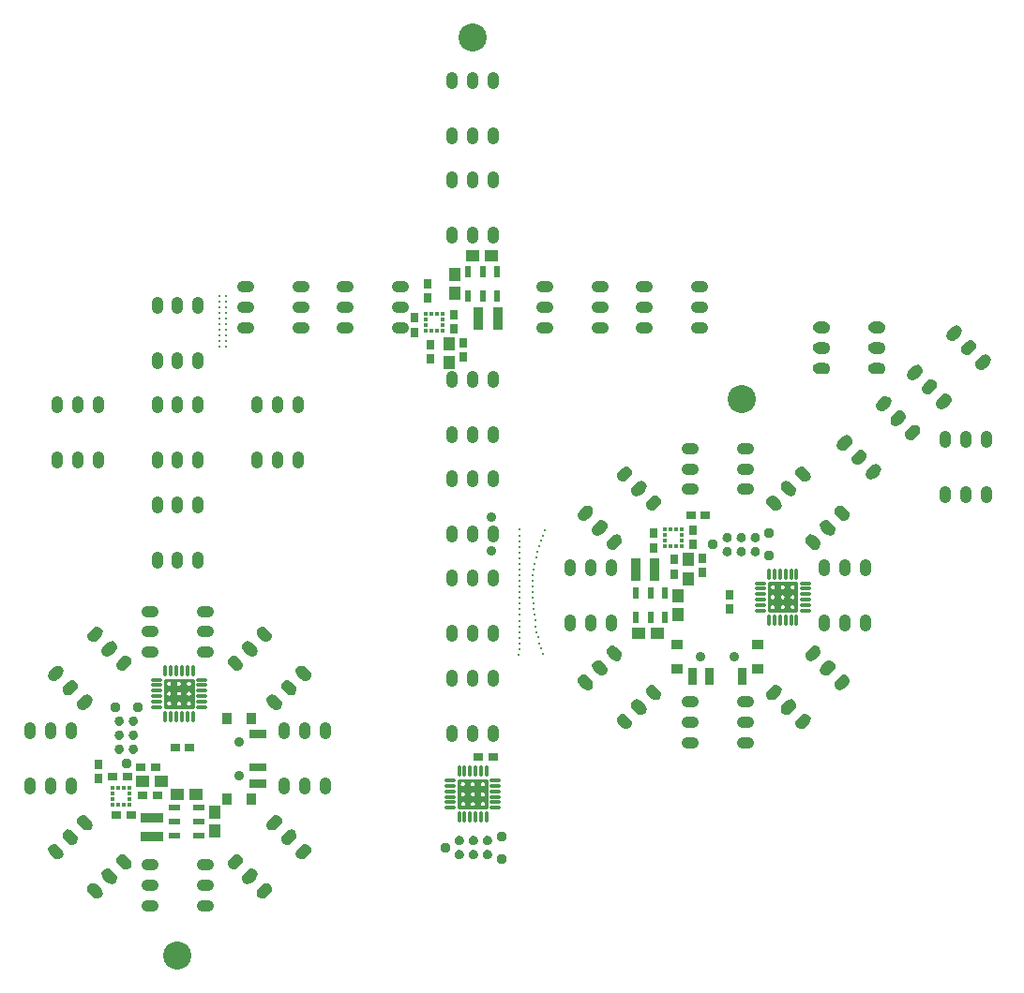
<source format=gts>
G04 DipTrace 2.4.0.2*
%INfemalemalecross.gts*%
%MOMM*%
%ADD10C,0.25*%
%ADD24C,0.165*%
%ADD33R,0.5X1.0*%
%ADD45R,1.0X0.5*%
%ADD52C,0.33*%
%ADD53C,2.54*%
%ADD54C,0.95*%
%ADD55C,0.9*%
%ADD58R,0.325X0.3*%
%ADD59R,0.3X0.325*%
%ADD60R,0.95X0.75*%
%ADD61R,0.75X0.95*%
%ADD63R,2.05X0.9*%
%ADD66O,1.55X1.05*%
%ADD67O,1.05X1.55*%
%ADD71O,0.33X1.05*%
%ADD72O,1.05X0.33*%
%ADD73R,0.9X2.05*%
%ADD74R,1.05X1.15*%
%ADD75R,1.15X1.05*%
%FSLAX53Y53*%
G04*
G71*
G90*
G75*
G01*
%LNTopMask*%
%LPD*%
D75*
X69300Y51240D3*
X71000D3*
D74*
X72880Y54613D3*
Y52913D3*
D53*
X78617Y72378D3*
G36*
X77733Y59867D2*
X77726Y59940D1*
X77707Y60011D1*
X77676Y60077D1*
X77635Y60137D1*
X77583Y60188D1*
X77523Y60230D1*
X77457Y60261D1*
X77387Y60280D1*
X77314Y60286D1*
D1*
X77241Y60280D1*
X77171Y60261D1*
X77104Y60230D1*
X77045Y60188D1*
X76993Y60137D1*
X76951Y60077D1*
X76920Y60011D1*
X76901Y59940D1*
X76895Y59867D1*
D1*
X76901Y59795D1*
X76920Y59724D1*
X76951Y59658D1*
X76993Y59598D1*
X77045Y59547D1*
X77104Y59505D1*
X77171Y59474D1*
X77241Y59455D1*
X77314Y59449D1*
D1*
X77387Y59455D1*
X77457Y59474D1*
X77523Y59505D1*
X77583Y59547D1*
X77635Y59598D1*
X77676Y59658D1*
X77707Y59724D1*
X77726Y59795D1*
X77733Y59867D1*
G37*
G36*
X79003D2*
X78996Y59940D1*
X78977Y60011D1*
X78946Y60077D1*
X78905Y60137D1*
X78853Y60188D1*
X78793Y60230D1*
X78727Y60261D1*
X78657Y60280D1*
X78584Y60286D1*
D1*
X78511Y60280D1*
X78441Y60261D1*
X78374Y60230D1*
X78315Y60188D1*
X78263Y60137D1*
X78221Y60077D1*
X78190Y60011D1*
X78171Y59940D1*
X78165Y59867D1*
D1*
X78171Y59795D1*
X78190Y59724D1*
X78221Y59658D1*
X78263Y59598D1*
X78315Y59547D1*
X78374Y59505D1*
X78441Y59474D1*
X78511Y59455D1*
X78584Y59449D1*
D1*
X78657Y59455D1*
X78727Y59474D1*
X78793Y59505D1*
X78853Y59547D1*
X78905Y59598D1*
X78946Y59658D1*
X78977Y59724D1*
X78996Y59795D1*
X79003Y59867D1*
G37*
G36*
X80273D2*
X80266Y59940D1*
X80247Y60011D1*
X80216Y60077D1*
X80175Y60137D1*
X80123Y60188D1*
X80063Y60230D1*
X79997Y60261D1*
X79927Y60280D1*
X79854Y60286D1*
D1*
X79781Y60280D1*
X79711Y60261D1*
X79644Y60230D1*
X79585Y60188D1*
X79533Y60137D1*
X79491Y60077D1*
X79460Y60011D1*
X79441Y59940D1*
X79435Y59867D1*
D1*
X79441Y59795D1*
X79460Y59724D1*
X79491Y59658D1*
X79533Y59598D1*
X79585Y59547D1*
X79644Y59505D1*
X79711Y59474D1*
X79781Y59455D1*
X79854Y59449D1*
D1*
X79927Y59455D1*
X79997Y59474D1*
X80063Y59505D1*
X80123Y59547D1*
X80175Y59598D1*
X80216Y59658D1*
X80247Y59724D1*
X80266Y59795D1*
X80273Y59867D1*
G37*
G36*
Y58597D2*
X80266Y58670D1*
X80247Y58741D1*
X80216Y58807D1*
X80175Y58867D1*
X80123Y58918D1*
X80063Y58960D1*
X79997Y58991D1*
X79927Y59010D1*
X79854Y59016D1*
D1*
X79781Y59010D1*
X79711Y58991D1*
X79644Y58960D1*
X79585Y58918D1*
X79533Y58867D1*
X79491Y58807D1*
X79460Y58741D1*
X79441Y58670D1*
X79435Y58597D1*
D1*
X79441Y58525D1*
X79460Y58454D1*
X79491Y58388D1*
X79533Y58328D1*
X79585Y58277D1*
X79644Y58235D1*
X79711Y58204D1*
X79781Y58185D1*
X79854Y58179D1*
D1*
X79927Y58185D1*
X79997Y58204D1*
X80063Y58235D1*
X80123Y58277D1*
X80175Y58328D1*
X80216Y58388D1*
X80247Y58454D1*
X80266Y58525D1*
X80273Y58597D1*
G37*
G36*
X79003D2*
X78996Y58670D1*
X78977Y58741D1*
X78946Y58807D1*
X78905Y58867D1*
X78853Y58918D1*
X78793Y58960D1*
X78727Y58991D1*
X78657Y59010D1*
X78584Y59016D1*
D1*
X78511Y59010D1*
X78441Y58991D1*
X78374Y58960D1*
X78315Y58918D1*
X78263Y58867D1*
X78221Y58807D1*
X78190Y58741D1*
X78171Y58670D1*
X78165Y58597D1*
D1*
X78171Y58525D1*
X78190Y58454D1*
X78221Y58388D1*
X78263Y58328D1*
X78315Y58277D1*
X78374Y58235D1*
X78441Y58204D1*
X78511Y58185D1*
X78584Y58179D1*
D1*
X78657Y58185D1*
X78727Y58204D1*
X78793Y58235D1*
X78853Y58277D1*
X78905Y58328D1*
X78946Y58388D1*
X78977Y58454D1*
X78996Y58525D1*
X79003Y58597D1*
G37*
G36*
X77733D2*
X77726Y58670D1*
X77707Y58741D1*
X77676Y58807D1*
X77635Y58867D1*
X77583Y58918D1*
X77523Y58960D1*
X77457Y58991D1*
X77387Y59010D1*
X77314Y59016D1*
D1*
X77241Y59010D1*
X77171Y58991D1*
X77104Y58960D1*
X77045Y58918D1*
X76993Y58867D1*
X76951Y58807D1*
X76920Y58741D1*
X76901Y58670D1*
X76895Y58597D1*
D1*
X76901Y58525D1*
X76920Y58454D1*
X76951Y58388D1*
X76993Y58328D1*
X77045Y58277D1*
X77104Y58235D1*
X77171Y58204D1*
X77241Y58185D1*
X77314Y58179D1*
D1*
X77387Y58185D1*
X77457Y58204D1*
X77523Y58235D1*
X77583Y58277D1*
X77635Y58328D1*
X77676Y58388D1*
X77707Y58454D1*
X77726Y58525D1*
X77733Y58597D1*
G37*
D54*
X76044Y59232D3*
X81124Y60248D3*
Y58216D3*
D73*
X69043Y56934D3*
X70743D3*
X82064Y55375D2*
D24*
X82065Y55395D1*
X82067Y55414D1*
X82070Y55433D1*
X82074Y55452D1*
X82080Y55471D1*
X82087Y55489D1*
X82095Y55506D1*
X82105Y55523D1*
X82115Y55539D1*
X82126Y55555D1*
X82139Y55569D1*
X82152Y55583D1*
X82167Y55595D1*
X82182Y55607D1*
X82197Y55617D1*
X82214Y55626D1*
X82231Y55634D1*
X82248Y55641D1*
X82266Y55646D1*
X82284Y55650D1*
X82303Y55653D1*
X82321Y55654D1*
X82340D1*
X82359Y55653D1*
X82377Y55650D1*
X82395Y55646D1*
X82413Y55641D1*
X82431Y55634D1*
X82448Y55626D1*
X82464Y55617D1*
X82480Y55607D1*
X82495Y55595D1*
X82509Y55583D1*
X82522Y55569D1*
X82535Y55555D1*
X82546Y55539D1*
X82557Y55523D1*
X82566Y55506D1*
X82574Y55489D1*
X82581Y55471D1*
X82587Y55452D1*
X82591Y55433D1*
X82595Y55414D1*
X82597Y55395D1*
Y55375D1*
Y55356D1*
X82595Y55336D1*
X82591Y55317D1*
X82587Y55298D1*
X82581Y55279D1*
X82574Y55261D1*
X82566Y55244D1*
X82557Y55227D1*
X82546Y55211D1*
X82535Y55195D1*
X82522Y55181D1*
X82509Y55167D1*
X82495Y55155D1*
X82480Y55143D1*
X82464Y55133D1*
X82448Y55124D1*
X82431Y55116D1*
X82413Y55109D1*
X82395Y55104D1*
X82377Y55100D1*
X82359Y55097D1*
X82340Y55096D1*
X82321D1*
X82303Y55097D1*
X82284Y55100D1*
X82266Y55104D1*
X82248Y55109D1*
X82231Y55116D1*
X82214Y55124D1*
X82197Y55133D1*
X82182Y55143D1*
X82167Y55155D1*
X82152Y55167D1*
X82139Y55181D1*
X82126Y55195D1*
X82115Y55211D1*
X82105Y55227D1*
X82095Y55244D1*
X82087Y55261D1*
X82080Y55279D1*
X82074Y55298D1*
X82070Y55317D1*
X82067Y55336D1*
X82065Y55356D1*
X82064Y55375D1*
X82967D2*
X82968Y55395D1*
X82970Y55414D1*
X82973Y55433D1*
X82978Y55452D1*
X82983Y55471D1*
X82990Y55489D1*
X82999Y55506D1*
X83008Y55523D1*
X83018Y55539D1*
X83030Y55555D1*
X83042Y55569D1*
X83056Y55583D1*
X83070Y55595D1*
X83085Y55607D1*
X83101Y55617D1*
X83117Y55626D1*
X83134Y55634D1*
X83152Y55641D1*
X83169Y55646D1*
X83188Y55650D1*
X83206Y55653D1*
X83225Y55654D1*
X83243D1*
X83262Y55653D1*
X83280Y55650D1*
X83298Y55646D1*
X83316Y55641D1*
X83334Y55634D1*
X83351Y55626D1*
X83367Y55617D1*
X83383Y55607D1*
X83398Y55595D1*
X83412Y55583D1*
X83426Y55569D1*
X83438Y55555D1*
X83450Y55539D1*
X83460Y55523D1*
X83469Y55506D1*
X83478Y55489D1*
X83484Y55471D1*
X83490Y55452D1*
X83495Y55433D1*
X83498Y55414D1*
X83500Y55395D1*
X83501Y55375D1*
X83500Y55356D1*
X83498Y55336D1*
X83495Y55317D1*
X83490Y55298D1*
X83484Y55279D1*
X83478Y55261D1*
X83469Y55244D1*
X83460Y55227D1*
X83450Y55211D1*
X83438Y55195D1*
X83426Y55181D1*
X83412Y55167D1*
X83398Y55155D1*
X83383Y55143D1*
X83367Y55133D1*
X83351Y55124D1*
X83334Y55116D1*
X83316Y55109D1*
X83298Y55104D1*
X83280Y55100D1*
X83262Y55097D1*
X83243Y55096D1*
X83225D1*
X83206Y55097D1*
X83188Y55100D1*
X83169Y55104D1*
X83152Y55109D1*
X83134Y55116D1*
X83117Y55124D1*
X83101Y55133D1*
X83085Y55143D1*
X83070Y55155D1*
X83056Y55167D1*
X83042Y55181D1*
X83030Y55195D1*
X83018Y55211D1*
X83008Y55227D1*
X82999Y55244D1*
X82990Y55261D1*
X82983Y55279D1*
X82978Y55298D1*
X82973Y55317D1*
X82970Y55336D1*
X82968Y55356D1*
X82967Y55375D1*
X81157Y54478D2*
X81158Y54498D1*
X81160Y54517D1*
X81163Y54537D1*
X81168Y54555D1*
X81173Y54574D1*
X81180Y54592D1*
X81189Y54610D1*
X81198Y54627D1*
X81208Y54643D1*
X81220Y54658D1*
X81232Y54673D1*
X81246Y54686D1*
X81260Y54699D1*
X81275Y54710D1*
X81291Y54720D1*
X81307Y54730D1*
X81324Y54738D1*
X81342Y54744D1*
X81360Y54750D1*
X81378Y54754D1*
X81396Y54756D1*
X81415Y54758D1*
X81433D1*
X81452Y54756D1*
X81470Y54754D1*
X81489Y54750D1*
X81506Y54744D1*
X81524Y54738D1*
X81541Y54730D1*
X81557Y54720D1*
X81573Y54710D1*
X81588Y54699D1*
X81602Y54686D1*
X81616Y54673D1*
X81628Y54658D1*
X81640Y54643D1*
X81650Y54627D1*
X81659Y54610D1*
X81668Y54592D1*
X81675Y54574D1*
X81680Y54555D1*
X81685Y54537D1*
X81688Y54517D1*
X81690Y54498D1*
X81691Y54478D1*
X81690Y54459D1*
X81688Y54440D1*
X81685Y54420D1*
X81680Y54401D1*
X81675Y54383D1*
X81668Y54365D1*
X81659Y54347D1*
X81650Y54330D1*
X81640Y54314D1*
X81628Y54299D1*
X81616Y54284D1*
X81602Y54271D1*
X81588Y54258D1*
X81573Y54247D1*
X81557Y54236D1*
X81541Y54227D1*
X81524Y54219D1*
X81506Y54213D1*
X81489Y54207D1*
X81470Y54203D1*
X81452Y54200D1*
X81433Y54199D1*
X81415D1*
X81396Y54200D1*
X81378Y54203D1*
X81360Y54207D1*
X81342Y54213D1*
X81324Y54219D1*
X81307Y54227D1*
X81291Y54236D1*
X81275Y54247D1*
X81260Y54258D1*
X81246Y54271D1*
X81232Y54284D1*
X81220Y54299D1*
X81208Y54314D1*
X81198Y54330D1*
X81189Y54347D1*
X81180Y54365D1*
X81173Y54383D1*
X81168Y54401D1*
X81163Y54420D1*
X81160Y54440D1*
X81158Y54459D1*
X81157Y54478D1*
X82057Y54475D2*
X82058Y54495D1*
X82060Y54514D1*
X82063Y54533D1*
X82068Y54552D1*
X82073Y54571D1*
X82080Y54589D1*
X82088Y54606D1*
X82098Y54623D1*
X82108Y54639D1*
X82120Y54655D1*
X82132Y54669D1*
X82145Y54683D1*
X82160Y54695D1*
X82175Y54707D1*
X82191Y54717D1*
X82207Y54726D1*
X82224Y54734D1*
X82241Y54741D1*
X82259Y54746D1*
X82278Y54750D1*
X82296Y54753D1*
X82315Y54754D1*
X82333D1*
X82352Y54753D1*
X82370Y54750D1*
X82388Y54746D1*
X82406Y54741D1*
X82424Y54734D1*
X82441Y54726D1*
X82457Y54717D1*
X82473Y54707D1*
X82488Y54695D1*
X82502Y54683D1*
X82516Y54669D1*
X82528Y54655D1*
X82540Y54639D1*
X82550Y54623D1*
X82559Y54606D1*
X82567Y54589D1*
X82574Y54571D1*
X82580Y54552D1*
X82585Y54533D1*
X82588Y54514D1*
X82590Y54495D1*
X82591Y54475D1*
X82590Y54456D1*
X82588Y54436D1*
X82585Y54417D1*
X82580Y54398D1*
X82574Y54380D1*
X82567Y54362D1*
X82559Y54344D1*
X82550Y54327D1*
X82540Y54311D1*
X82528Y54296D1*
X82516Y54281D1*
X82502Y54268D1*
X82488Y54255D1*
X82473Y54244D1*
X82457Y54233D1*
X82441Y54224D1*
X82424Y54216D1*
X82406Y54210D1*
X82388Y54204D1*
X82370Y54200D1*
X82352Y54197D1*
X82333Y54196D1*
X82315D1*
X82296Y54197D1*
X82278Y54200D1*
X82259Y54204D1*
X82241Y54210D1*
X82224Y54216D1*
X82207Y54224D1*
X82191Y54233D1*
X82175Y54244D1*
X82160Y54255D1*
X82145Y54268D1*
X82132Y54281D1*
X82120Y54296D1*
X82108Y54311D1*
X82098Y54327D1*
X82088Y54344D1*
X82080Y54362D1*
X82073Y54380D1*
X82068Y54398D1*
X82063Y54417D1*
X82060Y54436D1*
X82058Y54456D1*
X82057Y54475D1*
X82067D2*
X82068Y54495D1*
X82070Y54514D1*
X82073Y54533D1*
X82078Y54552D1*
X82084Y54571D1*
X82091Y54589D1*
X82099Y54606D1*
X82108Y54623D1*
X82118Y54639D1*
X82130Y54655D1*
X82142Y54669D1*
X82156Y54683D1*
X82170Y54695D1*
X82185Y54707D1*
X82201Y54717D1*
X82217Y54726D1*
X82234Y54734D1*
X82252Y54741D1*
X82270Y54746D1*
X82288Y54750D1*
X82306Y54753D1*
X82325Y54754D1*
X82343D1*
X82362Y54753D1*
X82380Y54750D1*
X82399Y54746D1*
X82416Y54741D1*
X82434Y54734D1*
X82451Y54726D1*
X82467Y54717D1*
X82483Y54707D1*
X82498Y54695D1*
X82512Y54683D1*
X82526Y54669D1*
X82538Y54655D1*
X82550Y54639D1*
X82560Y54623D1*
X82569Y54606D1*
X82578Y54589D1*
X82585Y54571D1*
X82590Y54552D1*
X82595Y54533D1*
X82598Y54514D1*
X82600Y54495D1*
X82601Y54475D1*
X82600Y54456D1*
X82598Y54436D1*
X82595Y54417D1*
X82590Y54398D1*
X82585Y54380D1*
X82578Y54362D1*
X82569Y54344D1*
X82560Y54327D1*
X82550Y54311D1*
X82538Y54296D1*
X82526Y54281D1*
X82512Y54268D1*
X82498Y54255D1*
X82483Y54244D1*
X82467Y54233D1*
X82451Y54224D1*
X82434Y54216D1*
X82416Y54210D1*
X82399Y54204D1*
X82380Y54200D1*
X82362Y54197D1*
X82343Y54196D1*
X82325D1*
X82306Y54197D1*
X82288Y54200D1*
X82270Y54204D1*
X82252Y54210D1*
X82234Y54216D1*
X82217Y54224D1*
X82201Y54233D1*
X82185Y54244D1*
X82170Y54255D1*
X82156Y54268D1*
X82142Y54281D1*
X82130Y54296D1*
X82118Y54311D1*
X82108Y54327D1*
X82099Y54344D1*
X82091Y54362D1*
X82084Y54380D1*
X82078Y54398D1*
X82073Y54417D1*
X82070Y54436D1*
X82068Y54456D1*
X82067Y54475D1*
X82964Y54482D2*
X82965Y54501D1*
X82967Y54521D1*
X82970Y54540D1*
X82974Y54559D1*
X82980Y54577D1*
X82987Y54595D1*
X82995Y54613D1*
X83004Y54630D1*
X83015Y54646D1*
X83026Y54661D1*
X83039Y54676D1*
X83052Y54689D1*
X83066Y54702D1*
X83081Y54713D1*
X83097Y54724D1*
X83114Y54733D1*
X83131Y54741D1*
X83148Y54747D1*
X83166Y54753D1*
X83184Y54757D1*
X83203Y54759D1*
X83221Y54761D1*
X83240D1*
X83258Y54759D1*
X83277Y54757D1*
X83295Y54753D1*
X83313Y54747D1*
X83330Y54741D1*
X83347Y54733D1*
X83364Y54724D1*
X83380Y54713D1*
X83395Y54702D1*
X83409Y54689D1*
X83422Y54676D1*
X83435Y54661D1*
X83446Y54646D1*
X83457Y54630D1*
X83466Y54613D1*
X83474Y54595D1*
X83481Y54577D1*
X83487Y54559D1*
X83491Y54540D1*
X83495Y54521D1*
X83497Y54501D1*
Y54482D1*
Y54462D1*
X83495Y54443D1*
X83491Y54424D1*
X83487Y54405D1*
X83481Y54386D1*
X83474Y54368D1*
X83466Y54351D1*
X83457Y54334D1*
X83446Y54318D1*
X83435Y54302D1*
X83422Y54288D1*
X83409Y54274D1*
X83395Y54262D1*
X83380Y54250D1*
X83364Y54240D1*
X83347Y54231D1*
X83330Y54223D1*
X83313Y54216D1*
X83295Y54211D1*
X83277Y54207D1*
X83258Y54204D1*
X83240Y54203D1*
X83221D1*
X83203Y54204D1*
X83184Y54207D1*
X83166Y54211D1*
X83148Y54216D1*
X83131Y54223D1*
X83114Y54231D1*
X83097Y54240D1*
X83081Y54250D1*
X83066Y54262D1*
X83052Y54274D1*
X83039Y54288D1*
X83026Y54302D1*
X83015Y54318D1*
X83004Y54334D1*
X82995Y54351D1*
X82987Y54368D1*
X82980Y54386D1*
X82974Y54405D1*
X82970Y54424D1*
X82967Y54443D1*
X82965Y54462D1*
X82964Y54482D1*
X82061Y53575D2*
Y53594D1*
X82063Y53614D1*
X82066Y53633D1*
X82071Y53652D1*
X82077Y53670D1*
X82084Y53689D1*
X82092Y53706D1*
X82101Y53723D1*
X82112Y53739D1*
X82123Y53754D1*
X82136Y53769D1*
X82149Y53782D1*
X82163Y53795D1*
X82178Y53806D1*
X82194Y53817D1*
X82210Y53826D1*
X82227Y53834D1*
X82245Y53841D1*
X82263Y53846D1*
X82281Y53850D1*
X82299Y53853D1*
X82318Y53854D1*
X82337D1*
X82355Y53853D1*
X82374Y53850D1*
X82392Y53846D1*
X82410Y53841D1*
X82427Y53834D1*
X82444Y53826D1*
X82461Y53817D1*
X82476Y53806D1*
X82491Y53795D1*
X82506Y53782D1*
X82519Y53769D1*
X82532Y53754D1*
X82543Y53739D1*
X82553Y53723D1*
X82563Y53706D1*
X82571Y53689D1*
X82578Y53670D1*
X82584Y53652D1*
X82588Y53633D1*
X82591Y53614D1*
X82593Y53594D1*
X82594Y53575D1*
X82593Y53555D1*
X82591Y53536D1*
X82588Y53517D1*
X82584Y53498D1*
X82578Y53479D1*
X82571Y53461D1*
X82563Y53444D1*
X82553Y53427D1*
X82543Y53411D1*
X82532Y53395D1*
X82519Y53381D1*
X82506Y53367D1*
X82491Y53355D1*
X82476Y53343D1*
X82461Y53333D1*
X82444Y53324D1*
X82427Y53316D1*
X82410Y53309D1*
X82392Y53304D1*
X82374Y53300D1*
X82355Y53297D1*
X82337Y53296D1*
X82318D1*
X82299Y53297D1*
X82281Y53300D1*
X82263Y53304D1*
X82245Y53309D1*
X82227Y53316D1*
X82210Y53324D1*
X82194Y53333D1*
X82178Y53343D1*
X82163Y53355D1*
X82149Y53367D1*
X82136Y53381D1*
X82123Y53395D1*
X82112Y53411D1*
X82101Y53427D1*
X82092Y53444D1*
X82084Y53461D1*
X82077Y53479D1*
X82071Y53498D1*
X82066Y53517D1*
X82063Y53536D1*
X82061Y53555D1*
Y53575D1*
X81164D2*
X81165Y53594D1*
X81167Y53614D1*
X81170Y53633D1*
X81175Y53652D1*
X81180Y53670D1*
X81187Y53689D1*
X81195Y53706D1*
X81205Y53723D1*
X81215Y53739D1*
X81227Y53754D1*
X81239Y53769D1*
X81252Y53782D1*
X81267Y53795D1*
X81282Y53806D1*
X81298Y53817D1*
X81314Y53826D1*
X81331Y53834D1*
X81348Y53841D1*
X81366Y53846D1*
X81385Y53850D1*
X81403Y53853D1*
X81422Y53854D1*
X81440D1*
X81459Y53853D1*
X81477Y53850D1*
X81495Y53846D1*
X81513Y53841D1*
X81531Y53834D1*
X81548Y53826D1*
X81564Y53817D1*
X81580Y53806D1*
X81595Y53795D1*
X81609Y53782D1*
X81623Y53769D1*
X81635Y53754D1*
X81647Y53739D1*
X81657Y53723D1*
X81666Y53706D1*
X81674Y53689D1*
X81681Y53670D1*
X81687Y53652D1*
X81692Y53633D1*
X81695Y53614D1*
X81697Y53594D1*
Y53575D1*
Y53555D1*
X81695Y53536D1*
X81692Y53517D1*
X81687Y53498D1*
X81681Y53479D1*
X81674Y53461D1*
X81666Y53444D1*
X81657Y53427D1*
X81647Y53411D1*
X81635Y53395D1*
X81623Y53381D1*
X81609Y53367D1*
X81595Y53355D1*
X81580Y53343D1*
X81564Y53333D1*
X81548Y53324D1*
X81531Y53316D1*
X81513Y53309D1*
X81495Y53304D1*
X81477Y53300D1*
X81459Y53297D1*
X81440Y53296D1*
X81422D1*
X81403Y53297D1*
X81385Y53300D1*
X81366Y53304D1*
X81348Y53309D1*
X81331Y53316D1*
X81314Y53324D1*
X81298Y53333D1*
X81282Y53343D1*
X81267Y53355D1*
X81252Y53367D1*
X81239Y53381D1*
X81227Y53395D1*
X81215Y53411D1*
X81205Y53427D1*
X81195Y53444D1*
X81187Y53461D1*
X81180Y53479D1*
X81175Y53498D1*
X81170Y53517D1*
X81167Y53536D1*
X81165Y53555D1*
X81164Y53575D1*
X82967D2*
X82968Y53594D1*
X82970Y53614D1*
X82973Y53633D1*
X82978Y53652D1*
X82983Y53670D1*
X82990Y53689D1*
X82999Y53706D1*
X83008Y53723D1*
X83018Y53739D1*
X83030Y53754D1*
X83042Y53769D1*
X83056Y53782D1*
X83070Y53795D1*
X83085Y53806D1*
X83101Y53817D1*
X83117Y53826D1*
X83134Y53834D1*
X83152Y53841D1*
X83169Y53846D1*
X83188Y53850D1*
X83206Y53853D1*
X83225Y53854D1*
X83243D1*
X83262Y53853D1*
X83280Y53850D1*
X83298Y53846D1*
X83316Y53841D1*
X83334Y53834D1*
X83351Y53826D1*
X83367Y53817D1*
X83383Y53806D1*
X83398Y53795D1*
X83412Y53782D1*
X83426Y53769D1*
X83438Y53754D1*
X83450Y53739D1*
X83460Y53723D1*
X83469Y53706D1*
X83478Y53689D1*
X83484Y53670D1*
X83490Y53652D1*
X83495Y53633D1*
X83498Y53614D1*
X83500Y53594D1*
X83501Y53575D1*
X83500Y53555D1*
X83498Y53536D1*
X83495Y53517D1*
X83490Y53498D1*
X83484Y53479D1*
X83478Y53461D1*
X83469Y53444D1*
X83460Y53427D1*
X83450Y53411D1*
X83438Y53395D1*
X83426Y53381D1*
X83412Y53367D1*
X83398Y53355D1*
X83383Y53343D1*
X83367Y53333D1*
X83351Y53324D1*
X83334Y53316D1*
X83316Y53309D1*
X83298Y53304D1*
X83280Y53300D1*
X83262Y53297D1*
X83243Y53296D1*
X83225D1*
X83206Y53297D1*
X83188Y53300D1*
X83169Y53304D1*
X83152Y53309D1*
X83134Y53316D1*
X83117Y53324D1*
X83101Y53333D1*
X83085Y53343D1*
X83070Y53355D1*
X83056Y53367D1*
X83042Y53381D1*
X83030Y53395D1*
X83018Y53411D1*
X83008Y53427D1*
X82999Y53444D1*
X82990Y53461D1*
X82983Y53479D1*
X82978Y53498D1*
X82973Y53517D1*
X82970Y53536D1*
X82968Y53555D1*
X82967Y53575D1*
X81074Y55745D2*
D10*
X83565D1*
Y53218D1*
X81074D1*
Y55745D1*
G36*
X81668Y55685D2*
X82148D1*
Y53302D1*
X81668D1*
Y55685D1*
G37*
G36*
X81111Y54279D2*
X83588D1*
Y53812D1*
X81111D1*
Y54279D1*
G37*
G36*
X81128Y55138D2*
X83488D1*
Y54672D1*
X81128D1*
Y55138D1*
G37*
G36*
X82558Y55778D2*
X83031D1*
Y53308D1*
X82558D1*
Y55778D1*
G37*
X81191Y55362D2*
D24*
Y55381D1*
X81193Y55401D1*
X81197Y55420D1*
X81201Y55439D1*
X81207Y55457D1*
X81214Y55475D1*
X81222Y55493D1*
X81231Y55510D1*
X81242Y55526D1*
X81253Y55541D1*
X81266Y55556D1*
X81279Y55569D1*
X81293Y55582D1*
X81308Y55593D1*
X81324Y55604D1*
X81341Y55613D1*
X81358Y55621D1*
X81375Y55628D1*
X81393Y55633D1*
X81411Y55637D1*
X81430Y55640D1*
X81448Y55641D1*
X81467D1*
X81485Y55640D1*
X81504Y55637D1*
X81522Y55633D1*
X81540Y55628D1*
X81557Y55621D1*
X81574Y55613D1*
X81591Y55604D1*
X81607Y55593D1*
X81622Y55582D1*
X81636Y55569D1*
X81649Y55556D1*
X81662Y55541D1*
X81673Y55526D1*
X81684Y55510D1*
X81693Y55493D1*
X81701Y55475D1*
X81708Y55457D1*
X81714Y55439D1*
X81718Y55420D1*
X81721Y55401D1*
X81723Y55381D1*
X81724Y55362D1*
X81723Y55342D1*
X81721Y55323D1*
X81718Y55304D1*
X81714Y55285D1*
X81708Y55266D1*
X81701Y55248D1*
X81693Y55231D1*
X81684Y55214D1*
X81673Y55197D1*
X81662Y55182D1*
X81649Y55168D1*
X81636Y55154D1*
X81622Y55142D1*
X81607Y55130D1*
X81591Y55120D1*
X81574Y55111D1*
X81557Y55103D1*
X81540Y55096D1*
X81522Y55091D1*
X81504Y55087D1*
X81485Y55084D1*
X81467Y55082D1*
X81448D1*
X81430Y55084D1*
X81411Y55087D1*
X81393Y55091D1*
X81375Y55096D1*
X81358Y55103D1*
X81341Y55111D1*
X81324Y55120D1*
X81308Y55130D1*
X81293Y55142D1*
X81279Y55154D1*
X81266Y55168D1*
X81253Y55182D1*
X81242Y55197D1*
X81231Y55214D1*
X81222Y55231D1*
X81214Y55248D1*
X81207Y55266D1*
X81201Y55285D1*
X81197Y55304D1*
X81193Y55323D1*
X81191Y55342D1*
Y55362D1*
D72*
X80284Y55728D3*
Y55228D3*
Y54728D3*
Y54228D3*
Y53728D3*
Y53228D3*
D71*
X81084Y52428D3*
X81584D3*
X82084D3*
X82584D3*
X83084D3*
X83584D3*
D72*
X84384Y53228D3*
Y53728D3*
Y54228D3*
Y54728D3*
Y55228D3*
Y55728D3*
D71*
X83584Y56528D3*
X83084D3*
X82584D3*
X82084D3*
X81584D3*
X81084D3*
D33*
X69098Y52675D3*
X70398D3*
X71698D3*
Y54875D3*
X70398D3*
X69098D3*
D67*
X89768Y57098D3*
X87918D3*
X86068D3*
Y52098D3*
X87918D3*
X89768D3*
G36*
X87146Y46964D2*
X87024Y46768D1*
X86997Y46536D1*
X87075Y46315D1*
X87240Y46150D1*
X87461Y46072D1*
X87693Y46099D1*
X87889Y46222D1*
X88246Y46579D1*
X88369Y46775D1*
X88396Y47007D1*
X88318Y47228D1*
X88153Y47393D1*
X87932Y47471D1*
X87700Y47445D1*
X87504Y47322D1*
X87146Y46964D1*
G37*
G36*
X85838Y48272D2*
X85715Y48077D1*
X85689Y47844D1*
X85766Y47623D1*
X85932Y47458D1*
X86153Y47381D1*
X86385Y47407D1*
X86581Y47530D1*
X86938Y47887D1*
X87061Y48083D1*
X87087Y48315D1*
X87010Y48536D1*
X86845Y48702D1*
X86624Y48779D1*
X86391Y48753D1*
X86196Y48630D1*
X85838Y48272D1*
G37*
G36*
X84530Y49580D2*
X84407Y49385D1*
X84381Y49152D1*
X84458Y48931D1*
X84624Y48766D1*
X84845Y48689D1*
X85077Y48715D1*
X85273Y48838D1*
X85630Y49195D1*
X85753Y49391D1*
X85779Y49624D1*
X85702Y49844D1*
X85537Y50010D1*
X85316Y50087D1*
X85083Y50061D1*
X84888Y49938D1*
X84530Y49580D1*
G37*
G36*
X80995Y46045D2*
X80872Y45849D1*
X80845Y45617D1*
X80923Y45396D1*
X81088Y45230D1*
X81309Y45153D1*
X81541Y45179D1*
X81737Y45302D1*
X82095Y45660D1*
X82218Y45856D1*
X82244Y46088D1*
X82166Y46309D1*
X82001Y46474D1*
X81780Y46551D1*
X81548Y46525D1*
X81352Y46402D1*
X80995Y46045D1*
G37*
G36*
X82303Y44737D2*
X82180Y44541D1*
X82154Y44309D1*
X82231Y44088D1*
X82396Y43922D1*
X82617Y43845D1*
X82850Y43871D1*
X83045Y43994D1*
X83403Y44352D1*
X83526Y44547D1*
X83552Y44780D1*
X83475Y45001D1*
X83309Y45166D1*
X83088Y45243D1*
X82856Y45217D1*
X82660Y45094D1*
X82303Y44737D1*
G37*
G36*
X83611Y43429D2*
X83488Y43233D1*
X83462Y43000D1*
X83539Y42780D1*
X83704Y42614D1*
X83925Y42537D1*
X84158Y42563D1*
X84353Y42686D1*
X84711Y43044D1*
X84834Y43239D1*
X84860Y43472D1*
X84783Y43693D1*
X84617Y43858D1*
X84397Y43935D1*
X84164Y43909D1*
X83968Y43786D1*
X83611Y43429D1*
G37*
D66*
X78959Y41289D3*
Y43139D3*
Y44989D3*
X73959D3*
Y43139D3*
Y41289D3*
G36*
X68242Y43786D2*
X68046Y43909D1*
X67814Y43935D1*
X67593Y43858D1*
X67427Y43693D1*
X67350Y43472D1*
X67376Y43239D1*
X67499Y43044D1*
X67857Y42686D1*
X68052Y42563D1*
X68285Y42537D1*
X68506Y42614D1*
X68671Y42780D1*
X68748Y43000D1*
X68722Y43233D1*
X68599Y43429D1*
X68242Y43786D1*
G37*
G36*
X69550Y45094D2*
X69354Y45217D1*
X69122Y45243D1*
X68901Y45166D1*
X68735Y45001D1*
X68658Y44780D1*
X68684Y44547D1*
X68807Y44352D1*
X69165Y43994D1*
X69360Y43871D1*
X69593Y43845D1*
X69814Y43922D1*
X69979Y44088D1*
X70056Y44309D1*
X70030Y44541D1*
X69907Y44737D1*
X69550Y45094D1*
G37*
G36*
X70858Y46402D2*
X70662Y46525D1*
X70430Y46551D1*
X70209Y46474D1*
X70044Y46309D1*
X69966Y46088D1*
X69993Y45856D1*
X70115Y45660D1*
X70473Y45302D1*
X70669Y45179D1*
X70901Y45153D1*
X71122Y45231D1*
X71287Y45396D1*
X71365Y45617D1*
X71338Y45849D1*
X71215Y46045D1*
X70858Y46402D1*
G37*
G36*
X67322Y49938D2*
X67127Y50061D1*
X66894Y50087D1*
X66673Y50010D1*
X66508Y49844D1*
X66431Y49624D1*
X66457Y49391D1*
X66580Y49195D1*
X66937Y48838D1*
X67133Y48715D1*
X67366Y48689D1*
X67586Y48766D1*
X67752Y48931D1*
X67829Y49152D1*
X67803Y49385D1*
X67680Y49580D1*
X67322Y49938D1*
G37*
G36*
X66014Y48630D2*
X65819Y48753D1*
X65586Y48779D1*
X65365Y48702D1*
X65200Y48536D1*
X65123Y48315D1*
X65149Y48083D1*
X65272Y47887D1*
X65629Y47530D1*
X65825Y47407D1*
X66057Y47381D1*
X66278Y47458D1*
X66444Y47623D1*
X66521Y47844D1*
X66495Y48077D1*
X66372Y48272D1*
X66014Y48630D1*
G37*
G36*
X64706Y47322D2*
X64510Y47445D1*
X64278Y47471D1*
X64057Y47393D1*
X63892Y47228D1*
X63815Y47007D1*
X63841Y46775D1*
X63964Y46579D1*
X64321Y46222D1*
X64517Y46099D1*
X64749Y46072D1*
X64970Y46150D1*
X65135Y46315D1*
X65213Y46536D1*
X65187Y46768D1*
X65064Y46964D1*
X64706Y47322D1*
G37*
D67*
X63149Y52098D3*
X64999D3*
X66849D3*
Y57098D3*
X64999D3*
X63149D3*
G36*
X65064Y61866D2*
X65187Y62062D1*
X65213Y62294D1*
X65135Y62515D1*
X64970Y62680D1*
X64749Y62757D1*
X64517Y62731D1*
X64321Y62608D1*
X63964Y62251D1*
X63841Y62055D1*
X63815Y61823D1*
X63892Y61602D1*
X64057Y61436D1*
X64278Y61359D1*
X64510Y61385D1*
X64706Y61508D1*
X65064Y61866D1*
G37*
G36*
X66372Y60558D2*
X66495Y60753D1*
X66521Y60986D1*
X66444Y61207D1*
X66278Y61372D1*
X66057Y61449D1*
X65825Y61423D1*
X65629Y61300D1*
X65272Y60943D1*
X65149Y60747D1*
X65123Y60515D1*
X65200Y60294D1*
X65365Y60128D1*
X65586Y60051D1*
X65819Y60077D1*
X66014Y60200D1*
X66372Y60558D1*
G37*
G36*
X67680Y59250D2*
X67803Y59445D1*
X67829Y59678D1*
X67752Y59899D1*
X67586Y60064D1*
X67366Y60141D1*
X67133Y60115D1*
X66937Y59992D1*
X66580Y59635D1*
X66457Y59439D1*
X66431Y59206D1*
X66508Y58986D1*
X66673Y58820D1*
X66894Y58743D1*
X67127Y58769D1*
X67322Y58892D1*
X67680Y59250D1*
G37*
G36*
X71215Y62785D2*
X71338Y62981D1*
X71365Y63213D1*
X71287Y63434D1*
X71122Y63599D1*
X70901Y63677D1*
X70669Y63651D1*
X70473Y63528D1*
X70115Y63170D1*
X69993Y62974D1*
X69966Y62742D1*
X70044Y62521D1*
X70209Y62356D1*
X70430Y62278D1*
X70662Y62305D1*
X70858Y62428D1*
X71215Y62785D1*
G37*
G36*
X69907Y64093D2*
X70030Y64289D1*
X70056Y64521D1*
X69979Y64742D1*
X69814Y64908D1*
X69593Y64985D1*
X69360Y64959D1*
X69165Y64836D1*
X68807Y64478D1*
X68684Y64283D1*
X68658Y64050D1*
X68735Y63829D1*
X68901Y63664D1*
X69122Y63587D1*
X69354Y63613D1*
X69550Y63736D1*
X69907Y64093D1*
G37*
G36*
X68599Y65401D2*
X68722Y65597D1*
X68748Y65830D1*
X68671Y66050D1*
X68506Y66216D1*
X68285Y66293D1*
X68052Y66267D1*
X67857Y66144D1*
X67499Y65786D1*
X67376Y65591D1*
X67350Y65358D1*
X67427Y65137D1*
X67593Y64972D1*
X67814Y64895D1*
X68046Y64921D1*
X68242Y65044D1*
X68599Y65401D1*
G37*
D66*
X73959Y67907D3*
Y66057D3*
Y64207D3*
X78959D3*
Y66057D3*
Y67907D3*
G36*
X83968Y65044D2*
X84164Y64921D1*
X84396Y64895D1*
X84617Y64972D1*
X84783Y65137D1*
X84860Y65358D1*
X84834Y65591D1*
X84711Y65786D1*
X84353Y66144D1*
X84158Y66267D1*
X83925Y66293D1*
X83704Y66216D1*
X83539Y66050D1*
X83462Y65830D1*
X83488Y65597D1*
X83611Y65401D1*
X83968Y65044D1*
G37*
G36*
X82660Y63736D2*
X82856Y63613D1*
X83088Y63587D1*
X83309Y63664D1*
X83475Y63829D1*
X83552Y64050D1*
X83526Y64283D1*
X83403Y64478D1*
X83045Y64836D1*
X82850Y64959D1*
X82617Y64985D1*
X82396Y64908D1*
X82231Y64742D1*
X82154Y64521D1*
X82180Y64289D1*
X82303Y64093D1*
X82660Y63736D1*
G37*
G36*
X81352Y62428D2*
X81548Y62305D1*
X81780Y62278D1*
X82001Y62356D1*
X82166Y62521D1*
X82244Y62742D1*
X82218Y62974D1*
X82095Y63170D1*
X81737Y63528D1*
X81541Y63651D1*
X81309Y63677D1*
X81088Y63599D1*
X80923Y63434D1*
X80845Y63213D1*
X80872Y62981D1*
X80995Y62785D1*
X81352Y62428D1*
G37*
G36*
X84888Y58892D2*
X85083Y58769D1*
X85316Y58743D1*
X85537Y58820D1*
X85702Y58986D1*
X85779Y59206D1*
X85753Y59439D1*
X85630Y59634D1*
X85273Y59992D1*
X85077Y60115D1*
X84844Y60141D1*
X84624Y60064D1*
X84458Y59898D1*
X84381Y59678D1*
X84407Y59445D1*
X84530Y59250D1*
X84888Y58892D1*
G37*
G36*
X86196Y60200D2*
X86391Y60077D1*
X86624Y60051D1*
X86845Y60128D1*
X87010Y60294D1*
X87087Y60515D1*
X87061Y60747D1*
X86938Y60943D1*
X86581Y61300D1*
X86385Y61423D1*
X86153Y61449D1*
X85932Y61372D1*
X85766Y61207D1*
X85689Y60986D1*
X85715Y60753D1*
X85838Y60558D1*
X86196Y60200D1*
G37*
G36*
X87504Y61508D2*
X87700Y61385D1*
X87932Y61359D1*
X88153Y61436D1*
X88318Y61602D1*
X88395Y61823D1*
X88369Y62055D1*
X88246Y62251D1*
X87889Y62608D1*
X87693Y62731D1*
X87461Y62757D1*
X87240Y62680D1*
X87075Y62515D1*
X86997Y62294D1*
X87023Y62062D1*
X87146Y61866D1*
X87504Y61508D1*
G37*
G36*
X88459Y68230D2*
X88582Y68426D1*
X88608Y68658D1*
X88530Y68879D1*
X88365Y69044D1*
X88144Y69122D1*
X87912Y69096D1*
X87716Y68973D1*
X87359Y68615D1*
X87236Y68419D1*
X87209Y68187D1*
X87287Y67966D1*
X87452Y67801D1*
X87673Y67723D1*
X87905Y67750D1*
X88101Y67873D1*
X88459Y68230D1*
G37*
G36*
X89767Y66922D2*
X89890Y67118D1*
X89916Y67350D1*
X89839Y67571D1*
X89673Y67736D1*
X89452Y67814D1*
X89220Y67787D1*
X89024Y67664D1*
X88667Y67307D1*
X88544Y67111D1*
X88518Y66879D1*
X88595Y66658D1*
X88760Y66493D1*
X88981Y66415D1*
X89214Y66442D1*
X89409Y66564D1*
X89767Y66922D1*
G37*
G36*
X91075Y65614D2*
X91198Y65810D1*
X91224Y66042D1*
X91147Y66263D1*
X90981Y66428D1*
X90761Y66505D1*
X90528Y66479D1*
X90332Y66356D1*
X89975Y65999D1*
X89852Y65803D1*
X89826Y65571D1*
X89903Y65350D1*
X90068Y65184D1*
X90289Y65107D1*
X90522Y65133D1*
X90717Y65256D1*
X91075Y65614D1*
G37*
G36*
X94610Y69149D2*
X94733Y69345D1*
X94760Y69578D1*
X94682Y69798D1*
X94517Y69964D1*
X94296Y70041D1*
X94064Y70015D1*
X93868Y69892D1*
X93510Y69534D1*
X93387Y69339D1*
X93361Y69106D1*
X93439Y68885D1*
X93604Y68720D1*
X93825Y68643D1*
X94057Y68669D1*
X94253Y68792D1*
X94610Y69149D1*
G37*
G36*
X93302Y70458D2*
X93425Y70653D1*
X93451Y70886D1*
X93374Y71106D1*
X93209Y71272D1*
X92988Y71349D1*
X92755Y71323D1*
X92560Y71200D1*
X92202Y70842D1*
X92079Y70647D1*
X92053Y70414D1*
X92130Y70194D1*
X92296Y70028D1*
X92517Y69951D1*
X92749Y69977D1*
X92945Y70100D1*
X93302Y70458D1*
G37*
G36*
X91994Y71766D2*
X92117Y71961D1*
X92143Y72194D1*
X92066Y72415D1*
X91901Y72580D1*
X91680Y72657D1*
X91447Y72631D1*
X91252Y72508D1*
X90894Y72151D1*
X90771Y71955D1*
X90745Y71723D1*
X90822Y71502D1*
X90988Y71336D1*
X91208Y71259D1*
X91441Y71285D1*
X91637Y71408D1*
X91994Y71766D1*
G37*
G36*
X93723Y74979D2*
X93600Y74783D1*
X93573Y74551D1*
X93651Y74330D1*
X93816Y74165D1*
X94037Y74087D1*
X94269Y74114D1*
X94465Y74237D1*
X94823Y74594D1*
X94946Y74790D1*
X94972Y75022D1*
X94894Y75243D1*
X94729Y75408D1*
X94508Y75486D1*
X94276Y75460D1*
X94080Y75337D1*
X93723Y74979D1*
G37*
G36*
X95031Y73671D2*
X94908Y73475D1*
X94882Y73243D1*
X94959Y73022D1*
X95124Y72857D1*
X95345Y72779D1*
X95578Y72806D1*
X95773Y72928D1*
X96131Y73286D1*
X96254Y73482D1*
X96280Y73714D1*
X96203Y73935D1*
X96037Y74100D1*
X95816Y74178D1*
X95584Y74151D1*
X95388Y74028D1*
X95031Y73671D1*
G37*
G36*
X96339Y72363D2*
X96216Y72167D1*
X96190Y71935D1*
X96267Y71714D1*
X96432Y71548D1*
X96653Y71471D1*
X96886Y71497D1*
X97081Y71620D1*
X97439Y71978D1*
X97562Y72174D1*
X97588Y72406D1*
X97511Y72627D1*
X97345Y72792D1*
X97125Y72869D1*
X96892Y72843D1*
X96696Y72720D1*
X96339Y72363D1*
G37*
G36*
X99874Y75898D2*
X99751Y75703D1*
X99725Y75470D1*
X99803Y75249D1*
X99968Y75084D1*
X100189Y75007D1*
X100421Y75033D1*
X100617Y75156D1*
X100974Y75513D1*
X101097Y75709D1*
X101124Y75942D1*
X101046Y76162D1*
X100881Y76328D1*
X100660Y76405D1*
X100428Y76379D1*
X100232Y76256D1*
X99874Y75898D1*
G37*
G36*
X98566Y77206D2*
X98443Y77011D1*
X98417Y76778D1*
X98494Y76558D1*
X98660Y76392D1*
X98881Y76315D1*
X99113Y76341D1*
X99309Y76464D1*
X99666Y76822D1*
X99789Y77017D1*
X99815Y77250D1*
X99738Y77470D1*
X99573Y77636D1*
X99352Y77713D1*
X99119Y77687D1*
X98924Y77564D1*
X98566Y77206D1*
G37*
G36*
X97258Y78515D2*
X97135Y78319D1*
X97109Y78087D1*
X97186Y77866D1*
X97352Y77700D1*
X97572Y77623D1*
X97805Y77649D1*
X98001Y77772D1*
X98358Y78130D1*
X98481Y78325D1*
X98507Y78558D1*
X98430Y78779D1*
X98265Y78944D1*
X98044Y79021D1*
X97811Y78995D1*
X97616Y78872D1*
X97258Y78515D1*
G37*
G36*
X91101Y74623D2*
X91327Y74675D1*
X91509Y74821D1*
X91611Y75031D1*
Y75265D1*
X91509Y75476D1*
X91327Y75622D1*
X91101Y75673D1*
X90596D1*
X90370Y75622D1*
X90188Y75476D1*
X90086Y75265D1*
Y75031D1*
X90188Y74821D1*
X90370Y74675D1*
X90596Y74623D1*
X91101D1*
G37*
G36*
Y76473D2*
X91327Y76525D1*
X91509Y76671D1*
X91611Y76881D1*
Y77115D1*
X91509Y77326D1*
X91327Y77472D1*
X91101Y77523D1*
X90596D1*
X90370Y77472D1*
X90188Y77326D1*
X90086Y77115D1*
Y76881D1*
X90188Y76671D1*
X90370Y76525D1*
X90596Y76473D1*
X91101D1*
G37*
G36*
Y78323D2*
X91327Y78375D1*
X91509Y78521D1*
X91611Y78731D1*
Y78965D1*
X91509Y79176D1*
X91327Y79322D1*
X91101Y79373D1*
X90596D1*
X90370Y79322D1*
X90188Y79176D1*
X90086Y78965D1*
Y78731D1*
X90188Y78521D1*
X90370Y78375D1*
X90596Y78323D1*
X91101D1*
G37*
G36*
X86101D2*
X86327Y78375D1*
X86509Y78521D1*
X86611Y78731D1*
Y78965D1*
X86509Y79176D1*
X86327Y79322D1*
X86101Y79373D1*
X85596D1*
X85370Y79322D1*
X85188Y79176D1*
X85086Y78965D1*
Y78731D1*
X85188Y78521D1*
X85370Y78375D1*
X85596Y78323D1*
X86101D1*
G37*
G36*
Y76473D2*
X86327Y76525D1*
X86509Y76671D1*
X86611Y76881D1*
Y77115D1*
X86509Y77326D1*
X86327Y77472D1*
X86101Y77523D1*
X85596D1*
X85370Y77472D1*
X85188Y77326D1*
X85086Y77115D1*
Y76881D1*
X85188Y76671D1*
X85370Y76525D1*
X85596Y76473D1*
X86101D1*
G37*
G36*
Y74623D2*
X86327Y74675D1*
X86509Y74821D1*
X86611Y75031D1*
Y75265D1*
X86509Y75476D1*
X86327Y75622D1*
X86101Y75673D1*
X85596D1*
X85370Y75622D1*
X85188Y75476D1*
X85086Y75265D1*
Y75031D1*
X85188Y74821D1*
X85370Y74675D1*
X85596Y74623D1*
X86101D1*
G37*
D67*
X97008Y63746D3*
X98858D3*
X100708D3*
Y68746D3*
X98858D3*
X97008D3*
G36*
X80602Y48397D2*
Y47547D1*
X79552D1*
Y48397D1*
X80602D1*
G37*
G36*
Y50597D2*
Y49747D1*
X79552D1*
Y50597D1*
X80602D1*
G37*
G36*
X73302D2*
Y49747D1*
X72252D1*
Y50597D1*
X73302D1*
G37*
G36*
Y48397D2*
Y47547D1*
X72252D1*
Y48397D1*
X73302D1*
G37*
G36*
X74552Y48097D2*
Y46547D1*
X73802D1*
Y48097D1*
X74552D1*
G37*
G36*
X76052D2*
Y46547D1*
X75302D1*
Y48097D1*
X76052D1*
G37*
G36*
X79052D2*
Y46547D1*
X78302D1*
Y48097D1*
X79052D1*
G37*
D55*
X74927Y49072D3*
X77927D3*
D74*
X31045Y33366D3*
Y35066D3*
D75*
X27672Y36678D3*
X29372D3*
D53*
X27697Y22100D3*
G36*
X22427Y41154D2*
X22355Y41148D1*
X22284Y41129D1*
X22218Y41098D1*
X22158Y41056D1*
X22107Y41004D1*
X22065Y40945D1*
X22034Y40878D1*
X22015Y40808D1*
X22009Y40735D1*
D1*
X22015Y40662D1*
X22034Y40592D1*
X22065Y40526D1*
X22107Y40466D1*
X22158Y40414D1*
X22218Y40372D1*
X22284Y40342D1*
X22355Y40323D1*
X22427Y40316D1*
D1*
X22500Y40323D1*
X22571Y40342D1*
X22637Y40372D1*
X22697Y40414D1*
X22748Y40466D1*
X22790Y40526D1*
X22821Y40592D1*
X22840Y40662D1*
X22846Y40735D1*
D1*
X22840Y40808D1*
X22821Y40878D1*
X22790Y40945D1*
X22748Y41004D1*
X22697Y41056D1*
X22637Y41098D1*
X22571Y41129D1*
X22500Y41148D1*
X22427Y41154D1*
G37*
G36*
Y42424D2*
X22355Y42418D1*
X22284Y42399D1*
X22218Y42368D1*
X22158Y42326D1*
X22107Y42274D1*
X22065Y42215D1*
X22034Y42148D1*
X22015Y42078D1*
X22009Y42005D1*
D1*
X22015Y41932D1*
X22034Y41862D1*
X22065Y41796D1*
X22107Y41736D1*
X22158Y41684D1*
X22218Y41642D1*
X22284Y41612D1*
X22355Y41593D1*
X22427Y41586D1*
D1*
X22500Y41593D1*
X22571Y41612D1*
X22637Y41642D1*
X22697Y41684D1*
X22748Y41736D1*
X22790Y41796D1*
X22821Y41862D1*
X22840Y41932D1*
X22846Y42005D1*
D1*
X22840Y42078D1*
X22821Y42148D1*
X22790Y42215D1*
X22748Y42274D1*
X22697Y42326D1*
X22637Y42368D1*
X22571Y42399D1*
X22500Y42418D1*
X22427Y42424D1*
G37*
G36*
Y43694D2*
X22355Y43688D1*
X22284Y43669D1*
X22218Y43638D1*
X22158Y43596D1*
X22107Y43544D1*
X22065Y43485D1*
X22034Y43418D1*
X22015Y43348D1*
X22009Y43275D1*
D1*
X22015Y43202D1*
X22034Y43132D1*
X22065Y43066D1*
X22107Y43006D1*
X22158Y42954D1*
X22218Y42912D1*
X22284Y42882D1*
X22355Y42863D1*
X22427Y42856D1*
D1*
X22500Y42863D1*
X22571Y42882D1*
X22637Y42912D1*
X22697Y42954D1*
X22748Y43006D1*
X22790Y43066D1*
X22821Y43132D1*
X22840Y43202D1*
X22846Y43275D1*
D1*
X22840Y43348D1*
X22821Y43418D1*
X22790Y43485D1*
X22748Y43544D1*
X22697Y43596D1*
X22637Y43638D1*
X22571Y43669D1*
X22500Y43688D1*
X22427Y43694D1*
G37*
G36*
X23697D2*
X23625Y43688D1*
X23554Y43669D1*
X23488Y43638D1*
X23428Y43596D1*
X23377Y43544D1*
X23335Y43485D1*
X23304Y43418D1*
X23285Y43348D1*
X23279Y43275D1*
D1*
X23285Y43202D1*
X23304Y43132D1*
X23335Y43066D1*
X23377Y43006D1*
X23428Y42954D1*
X23488Y42912D1*
X23554Y42882D1*
X23625Y42863D1*
X23697Y42856D1*
D1*
X23770Y42863D1*
X23841Y42882D1*
X23907Y42912D1*
X23967Y42954D1*
X24018Y43006D1*
X24060Y43066D1*
X24091Y43132D1*
X24110Y43202D1*
X24116Y43275D1*
D1*
X24110Y43348D1*
X24091Y43418D1*
X24060Y43485D1*
X24018Y43544D1*
X23967Y43596D1*
X23907Y43638D1*
X23841Y43669D1*
X23770Y43688D1*
X23697Y43694D1*
G37*
G36*
Y42424D2*
X23625Y42418D1*
X23554Y42399D1*
X23488Y42368D1*
X23428Y42326D1*
X23377Y42274D1*
X23335Y42215D1*
X23304Y42148D1*
X23285Y42078D1*
X23279Y42005D1*
D1*
X23285Y41932D1*
X23304Y41862D1*
X23335Y41796D1*
X23377Y41736D1*
X23428Y41684D1*
X23488Y41642D1*
X23554Y41612D1*
X23625Y41593D1*
X23697Y41586D1*
D1*
X23770Y41593D1*
X23841Y41612D1*
X23907Y41642D1*
X23967Y41684D1*
X24018Y41736D1*
X24060Y41796D1*
X24091Y41862D1*
X24110Y41932D1*
X24116Y42005D1*
D1*
X24110Y42078D1*
X24091Y42148D1*
X24060Y42215D1*
X24018Y42274D1*
X23967Y42326D1*
X23907Y42368D1*
X23841Y42399D1*
X23770Y42418D1*
X23697Y42424D1*
G37*
G36*
Y41154D2*
X23625Y41148D1*
X23554Y41129D1*
X23488Y41098D1*
X23428Y41056D1*
X23377Y41004D1*
X23335Y40945D1*
X23304Y40878D1*
X23285Y40808D1*
X23279Y40735D1*
D1*
X23285Y40662D1*
X23304Y40592D1*
X23335Y40526D1*
X23377Y40466D1*
X23428Y40414D1*
X23488Y40372D1*
X23554Y40342D1*
X23625Y40323D1*
X23697Y40316D1*
D1*
X23770Y40323D1*
X23841Y40342D1*
X23907Y40372D1*
X23967Y40414D1*
X24018Y40466D1*
X24060Y40526D1*
X24091Y40592D1*
X24110Y40662D1*
X24116Y40735D1*
D1*
X24110Y40808D1*
X24091Y40878D1*
X24060Y40945D1*
X24018Y41004D1*
X23967Y41056D1*
X23907Y41098D1*
X23841Y41129D1*
X23770Y41148D1*
X23697Y41154D1*
G37*
D54*
X23062Y39465D3*
X22046Y44545D3*
X24078D3*
D63*
X25352Y32841D3*
Y34541D3*
X26640Y45752D2*
D24*
X26641Y45771D1*
X26643Y45789D1*
X26646Y45807D1*
X26651Y45826D1*
X26657Y45843D1*
X26664Y45860D1*
X26673Y45877D1*
X26683Y45893D1*
X26694Y45909D1*
X26706Y45923D1*
X26719Y45937D1*
X26733Y45950D1*
X26748Y45962D1*
X26763Y45973D1*
X26780Y45983D1*
X26797Y45992D1*
X26815Y45999D1*
X26833Y46006D1*
X26852Y46011D1*
X26871Y46015D1*
X26891Y46017D1*
X26910Y46019D1*
X26929D1*
X26949Y46017D1*
X26968Y46015D1*
X26987Y46011D1*
X27006Y46006D1*
X27024Y45999D1*
X27042Y45992D1*
X27059Y45983D1*
X27076Y45973D1*
X27092Y45962D1*
X27107Y45950D1*
X27121Y45937D1*
X27134Y45923D1*
X27146Y45909D1*
X27157Y45893D1*
X27166Y45877D1*
X27175Y45860D1*
X27182Y45843D1*
X27188Y45826D1*
X27193Y45807D1*
X27196Y45789D1*
X27199Y45771D1*
Y45752D1*
Y45733D1*
X27196Y45715D1*
X27193Y45697D1*
X27188Y45679D1*
X27182Y45661D1*
X27175Y45644D1*
X27166Y45627D1*
X27157Y45611D1*
X27146Y45595D1*
X27134Y45581D1*
X27121Y45567D1*
X27107Y45554D1*
X27092Y45542D1*
X27076Y45531D1*
X27059Y45521D1*
X27042Y45512D1*
X27024Y45505D1*
X27006Y45498D1*
X26987Y45493D1*
X26968Y45489D1*
X26949Y45487D1*
X26929Y45486D1*
X26910D1*
X26891Y45487D1*
X26871Y45489D1*
X26852Y45493D1*
X26833Y45498D1*
X26815Y45505D1*
X26797Y45512D1*
X26780Y45521D1*
X26763Y45531D1*
X26748Y45542D1*
X26733Y45554D1*
X26719Y45567D1*
X26706Y45581D1*
X26694Y45595D1*
X26683Y45611D1*
X26673Y45627D1*
X26664Y45644D1*
X26657Y45661D1*
X26651Y45679D1*
X26646Y45697D1*
X26643Y45715D1*
X26641Y45733D1*
X26640Y45752D1*
Y46655D2*
X26641Y46674D1*
X26643Y46692D1*
X26646Y46711D1*
X26651Y46729D1*
X26657Y46747D1*
X26664Y46764D1*
X26673Y46780D1*
X26683Y46797D1*
X26694Y46812D1*
X26706Y46827D1*
X26719Y46841D1*
X26733Y46853D1*
X26748Y46865D1*
X26763Y46876D1*
X26780Y46886D1*
X26797Y46895D1*
X26815Y46903D1*
X26833Y46909D1*
X26852Y46914D1*
X26871Y46918D1*
X26891Y46920D1*
X26910Y46922D1*
X26929D1*
X26949Y46920D1*
X26968Y46918D1*
X26987Y46914D1*
X27006Y46909D1*
X27024Y46903D1*
X27042Y46895D1*
X27059Y46886D1*
X27076Y46876D1*
X27092Y46865D1*
X27107Y46853D1*
X27121Y46841D1*
X27134Y46827D1*
X27146Y46812D1*
X27157Y46797D1*
X27166Y46780D1*
X27175Y46764D1*
X27182Y46747D1*
X27188Y46729D1*
X27193Y46711D1*
X27196Y46692D1*
X27199Y46674D1*
Y46655D1*
Y46637D1*
X27196Y46618D1*
X27193Y46600D1*
X27188Y46582D1*
X27182Y46564D1*
X27175Y46547D1*
X27166Y46530D1*
X27157Y46514D1*
X27146Y46499D1*
X27134Y46484D1*
X27121Y46470D1*
X27107Y46457D1*
X27092Y46445D1*
X27076Y46434D1*
X27059Y46424D1*
X27042Y46416D1*
X27024Y46408D1*
X27006Y46402D1*
X26987Y46397D1*
X26968Y46393D1*
X26949Y46390D1*
X26929Y46389D1*
X26910D1*
X26891Y46390D1*
X26871Y46393D1*
X26852Y46397D1*
X26833Y46402D1*
X26815Y46408D1*
X26797Y46416D1*
X26780Y46424D1*
X26763Y46434D1*
X26748Y46445D1*
X26733Y46457D1*
X26719Y46470D1*
X26706Y46484D1*
X26694Y46499D1*
X26683Y46514D1*
X26673Y46530D1*
X26664Y46547D1*
X26657Y46564D1*
X26651Y46582D1*
X26646Y46600D1*
X26643Y46618D1*
X26641Y46637D1*
X26640Y46655D1*
X27537Y44845D2*
X27538Y44864D1*
X27540Y44882D1*
X27543Y44901D1*
X27548Y44919D1*
X27554Y44937D1*
X27561Y44954D1*
X27570Y44971D1*
X27579Y44987D1*
X27590Y45002D1*
X27602Y45017D1*
X27615Y45031D1*
X27629Y45044D1*
X27644Y45055D1*
X27660Y45066D1*
X27677Y45076D1*
X27694Y45085D1*
X27712Y45093D1*
X27730Y45099D1*
X27749Y45104D1*
X27768Y45108D1*
X27787Y45111D1*
X27807Y45112D1*
X27826D1*
X27846Y45111D1*
X27865Y45108D1*
X27884Y45104D1*
X27903Y45099D1*
X27921Y45093D1*
X27939Y45085D1*
X27956Y45076D1*
X27973Y45066D1*
X27988Y45055D1*
X28003Y45044D1*
X28017Y45031D1*
X28030Y45017D1*
X28042Y45002D1*
X28053Y44987D1*
X28063Y44971D1*
X28072Y44954D1*
X28079Y44937D1*
X28085Y44919D1*
X28090Y44901D1*
X28093Y44882D1*
X28095Y44864D1*
X28096Y44845D1*
X28095Y44827D1*
X28093Y44808D1*
X28090Y44790D1*
X28085Y44772D1*
X28079Y44754D1*
X28072Y44737D1*
X28063Y44720D1*
X28053Y44704D1*
X28042Y44689D1*
X28030Y44674D1*
X28017Y44660D1*
X28003Y44647D1*
X27988Y44635D1*
X27973Y44624D1*
X27956Y44614D1*
X27939Y44606D1*
X27921Y44598D1*
X27903Y44592D1*
X27884Y44587D1*
X27865Y44583D1*
X27846Y44580D1*
X27826Y44579D1*
X27807D1*
X27787Y44580D1*
X27768Y44583D1*
X27749Y44587D1*
X27730Y44592D1*
X27712Y44598D1*
X27694Y44606D1*
X27677Y44614D1*
X27660Y44624D1*
X27644Y44635D1*
X27629Y44647D1*
X27615Y44660D1*
X27602Y44674D1*
X27590Y44689D1*
X27579Y44704D1*
X27570Y44720D1*
X27561Y44737D1*
X27554Y44754D1*
X27548Y44772D1*
X27543Y44790D1*
X27540Y44808D1*
X27538Y44827D1*
X27537Y44845D1*
X27540Y45745D2*
X27541Y45764D1*
X27543Y45782D1*
X27546Y45801D1*
X27551Y45819D1*
X27557Y45836D1*
X27565Y45854D1*
X27573Y45870D1*
X27583Y45887D1*
X27594Y45902D1*
X27606Y45917D1*
X27619Y45930D1*
X27633Y45943D1*
X27648Y45955D1*
X27663Y45966D1*
X27680Y45976D1*
X27697Y45985D1*
X27715Y45992D1*
X27733Y45999D1*
X27752Y46004D1*
X27771Y46008D1*
X27790Y46010D1*
X27810Y46012D1*
X27829D1*
X27849Y46010D1*
X27868Y46008D1*
X27887Y46004D1*
X27906Y45999D1*
X27924Y45992D1*
X27942Y45985D1*
X27959Y45976D1*
X27976Y45966D1*
X27992Y45955D1*
X28006Y45943D1*
X28020Y45930D1*
X28034Y45917D1*
X28046Y45902D1*
X28056Y45887D1*
X28066Y45870D1*
X28075Y45854D1*
X28082Y45836D1*
X28088Y45819D1*
X28093Y45801D1*
X28096Y45782D1*
X28098Y45764D1*
X28099Y45745D1*
X28098Y45727D1*
X28096Y45708D1*
X28093Y45690D1*
X28088Y45672D1*
X28082Y45654D1*
X28075Y45637D1*
X28066Y45620D1*
X28056Y45604D1*
X28046Y45589D1*
X28034Y45574D1*
X28020Y45560D1*
X28006Y45547D1*
X27992Y45535D1*
X27976Y45524D1*
X27959Y45514D1*
X27942Y45506D1*
X27924Y45498D1*
X27906Y45492D1*
X27887Y45487D1*
X27868Y45483D1*
X27849Y45480D1*
X27829Y45479D1*
X27810D1*
X27790Y45480D1*
X27771Y45483D1*
X27752Y45487D1*
X27733Y45492D1*
X27715Y45498D1*
X27697Y45506D1*
X27680Y45514D1*
X27663Y45524D1*
X27648Y45535D1*
X27633Y45547D1*
X27619Y45560D1*
X27606Y45574D1*
X27594Y45589D1*
X27583Y45604D1*
X27573Y45620D1*
X27565Y45637D1*
X27557Y45654D1*
X27551Y45672D1*
X27546Y45690D1*
X27543Y45708D1*
X27541Y45727D1*
X27540Y45745D1*
Y45755D2*
X27541Y45774D1*
X27543Y45793D1*
X27546Y45811D1*
X27551Y45829D1*
X27557Y45847D1*
X27565Y45864D1*
X27573Y45881D1*
X27583Y45897D1*
X27594Y45912D1*
X27606Y45927D1*
X27619Y45941D1*
X27633Y45954D1*
X27648Y45966D1*
X27663Y45976D1*
X27680Y45986D1*
X27697Y45995D1*
X27715Y46003D1*
X27733Y46009D1*
X27752Y46014D1*
X27771Y46018D1*
X27790Y46021D1*
X27810Y46022D1*
X27829D1*
X27849Y46021D1*
X27868Y46018D1*
X27887Y46014D1*
X27906Y46009D1*
X27924Y46003D1*
X27942Y45995D1*
X27959Y45986D1*
X27976Y45976D1*
X27992Y45966D1*
X28006Y45954D1*
X28020Y45941D1*
X28034Y45927D1*
X28046Y45912D1*
X28056Y45897D1*
X28066Y45881D1*
X28075Y45864D1*
X28082Y45847D1*
X28088Y45829D1*
X28093Y45811D1*
X28096Y45793D1*
X28098Y45774D1*
X28099Y45755D1*
X28098Y45737D1*
X28096Y45718D1*
X28093Y45700D1*
X28088Y45682D1*
X28082Y45664D1*
X28075Y45647D1*
X28066Y45630D1*
X28056Y45614D1*
X28046Y45599D1*
X28034Y45584D1*
X28020Y45570D1*
X28006Y45557D1*
X27992Y45545D1*
X27976Y45534D1*
X27959Y45525D1*
X27942Y45516D1*
X27924Y45508D1*
X27906Y45502D1*
X27887Y45497D1*
X27868Y45493D1*
X27849Y45490D1*
X27829Y45489D1*
X27810D1*
X27790Y45490D1*
X27771Y45493D1*
X27752Y45497D1*
X27733Y45502D1*
X27715Y45508D1*
X27697Y45516D1*
X27680Y45525D1*
X27663Y45534D1*
X27648Y45545D1*
X27633Y45557D1*
X27619Y45570D1*
X27606Y45584D1*
X27594Y45599D1*
X27583Y45614D1*
X27573Y45630D1*
X27565Y45647D1*
X27557Y45664D1*
X27551Y45682D1*
X27546Y45700D1*
X27543Y45718D1*
X27541Y45737D1*
X27540Y45755D1*
X27534Y46652D2*
Y46671D1*
X27536Y46689D1*
X27540Y46707D1*
X27545Y46725D1*
X27551Y46743D1*
X27558Y46760D1*
X27566Y46777D1*
X27576Y46793D1*
X27587Y46809D1*
X27599Y46823D1*
X27612Y46837D1*
X27626Y46850D1*
X27641Y46862D1*
X27657Y46873D1*
X27673Y46883D1*
X27691Y46892D1*
X27708Y46899D1*
X27727Y46905D1*
X27745Y46911D1*
X27765Y46914D1*
X27784Y46917D1*
X27803Y46918D1*
X27823D1*
X27842Y46917D1*
X27861Y46914D1*
X27881Y46911D1*
X27899Y46905D1*
X27918Y46899D1*
X27935Y46892D1*
X27953Y46883D1*
X27969Y46873D1*
X27985Y46862D1*
X28000Y46850D1*
X28014Y46837D1*
X28027Y46823D1*
X28039Y46809D1*
X28050Y46793D1*
X28060Y46777D1*
X28068Y46760D1*
X28075Y46743D1*
X28081Y46725D1*
X28086Y46707D1*
X28089Y46689D1*
X28092Y46671D1*
Y46652D1*
Y46633D1*
X28089Y46615D1*
X28086Y46596D1*
X28081Y46578D1*
X28075Y46561D1*
X28068Y46543D1*
X28060Y46527D1*
X28050Y46511D1*
X28039Y46495D1*
X28027Y46481D1*
X28014Y46467D1*
X28000Y46454D1*
X27985Y46442D1*
X27969Y46431D1*
X27953Y46421D1*
X27935Y46412D1*
X27918Y46405D1*
X27899Y46398D1*
X27881Y46393D1*
X27861Y46389D1*
X27842Y46387D1*
X27823Y46385D1*
X27803D1*
X27784Y46387D1*
X27765Y46389D1*
X27745Y46393D1*
X27727Y46398D1*
X27708Y46405D1*
X27691Y46412D1*
X27673Y46421D1*
X27657Y46431D1*
X27641Y46442D1*
X27626Y46454D1*
X27612Y46467D1*
X27599Y46481D1*
X27587Y46495D1*
X27576Y46511D1*
X27566Y46527D1*
X27558Y46543D1*
X27551Y46561D1*
X27545Y46578D1*
X27540Y46596D1*
X27536Y46615D1*
X27534Y46633D1*
Y46652D1*
X28441Y45749D2*
Y45767D1*
X28443Y45786D1*
X28447Y45804D1*
X28451Y45822D1*
X28457Y45840D1*
X28465Y45857D1*
X28473Y45874D1*
X28483Y45890D1*
X28494Y45905D1*
X28506Y45920D1*
X28519Y45934D1*
X28533Y45947D1*
X28548Y45959D1*
X28564Y45970D1*
X28580Y45980D1*
X28597Y45988D1*
X28615Y45996D1*
X28633Y46002D1*
X28652Y46007D1*
X28671Y46011D1*
X28691Y46014D1*
X28710Y46015D1*
X28730D1*
X28749Y46014D1*
X28768Y46011D1*
X28787Y46007D1*
X28806Y46002D1*
X28824Y45996D1*
X28842Y45988D1*
X28859Y45980D1*
X28876Y45970D1*
X28892Y45959D1*
X28907Y45947D1*
X28921Y45934D1*
X28934Y45920D1*
X28946Y45905D1*
X28957Y45890D1*
X28966Y45874D1*
X28975Y45857D1*
X28982Y45840D1*
X28988Y45822D1*
X28993Y45804D1*
X28996Y45786D1*
X28998Y45767D1*
X28999Y45749D1*
X28998Y45730D1*
X28996Y45712D1*
X28993Y45693D1*
X28988Y45675D1*
X28982Y45657D1*
X28975Y45640D1*
X28966Y45623D1*
X28957Y45607D1*
X28946Y45592D1*
X28934Y45577D1*
X28921Y45563D1*
X28907Y45551D1*
X28892Y45539D1*
X28876Y45528D1*
X28859Y45518D1*
X28842Y45509D1*
X28824Y45501D1*
X28806Y45495D1*
X28787Y45490D1*
X28768Y45486D1*
X28749Y45483D1*
X28730Y45482D1*
X28710D1*
X28691Y45483D1*
X28671Y45486D1*
X28652Y45490D1*
X28633Y45495D1*
X28615Y45501D1*
X28597Y45509D1*
X28580Y45518D1*
X28564Y45528D1*
X28548Y45539D1*
X28533Y45551D1*
X28519Y45563D1*
X28506Y45577D1*
X28494Y45592D1*
X28483Y45607D1*
X28473Y45623D1*
X28465Y45640D1*
X28457Y45657D1*
X28451Y45675D1*
X28447Y45693D1*
X28443Y45712D1*
X28441Y45730D1*
Y45749D1*
Y44852D2*
Y44871D1*
X28443Y44889D1*
X28447Y44908D1*
X28451Y44926D1*
X28457Y44943D1*
X28465Y44961D1*
X28473Y44977D1*
X28483Y44993D1*
X28494Y45009D1*
X28506Y45024D1*
X28519Y45037D1*
X28533Y45050D1*
X28548Y45062D1*
X28564Y45073D1*
X28580Y45083D1*
X28597Y45092D1*
X28615Y45099D1*
X28633Y45106D1*
X28652Y45111D1*
X28671Y45115D1*
X28691Y45117D1*
X28710Y45119D1*
X28730D1*
X28749Y45117D1*
X28768Y45115D1*
X28787Y45111D1*
X28806Y45106D1*
X28824Y45099D1*
X28842Y45092D1*
X28859Y45083D1*
X28876Y45073D1*
X28892Y45062D1*
X28907Y45050D1*
X28921Y45037D1*
X28934Y45024D1*
X28946Y45009D1*
X28957Y44993D1*
X28966Y44977D1*
X28975Y44961D1*
X28982Y44943D1*
X28988Y44926D1*
X28993Y44908D1*
X28996Y44889D1*
X28998Y44871D1*
X28999Y44852D1*
X28998Y44834D1*
X28996Y44815D1*
X28993Y44797D1*
X28988Y44779D1*
X28982Y44761D1*
X28975Y44744D1*
X28966Y44727D1*
X28957Y44711D1*
X28946Y44695D1*
X28934Y44681D1*
X28921Y44667D1*
X28907Y44654D1*
X28892Y44642D1*
X28876Y44631D1*
X28859Y44621D1*
X28842Y44613D1*
X28824Y44605D1*
X28806Y44599D1*
X28787Y44593D1*
X28768Y44590D1*
X28749Y44587D1*
X28730Y44586D1*
X28710D1*
X28691Y44587D1*
X28671Y44590D1*
X28652Y44593D1*
X28633Y44599D1*
X28615Y44605D1*
X28597Y44613D1*
X28580Y44621D1*
X28564Y44631D1*
X28548Y44642D1*
X28533Y44654D1*
X28519Y44667D1*
X28506Y44681D1*
X28494Y44695D1*
X28483Y44711D1*
X28473Y44727D1*
X28465Y44744D1*
X28457Y44761D1*
X28451Y44779D1*
X28447Y44797D1*
X28443Y44815D1*
X28441Y44834D1*
Y44852D1*
Y46655D2*
Y46674D1*
X28443Y46692D1*
X28447Y46711D1*
X28451Y46729D1*
X28457Y46747D1*
X28465Y46764D1*
X28473Y46780D1*
X28483Y46797D1*
X28494Y46812D1*
X28506Y46827D1*
X28519Y46841D1*
X28533Y46853D1*
X28548Y46865D1*
X28564Y46876D1*
X28580Y46886D1*
X28597Y46895D1*
X28615Y46903D1*
X28633Y46909D1*
X28652Y46914D1*
X28671Y46918D1*
X28691Y46920D1*
X28710Y46922D1*
X28730D1*
X28749Y46920D1*
X28768Y46918D1*
X28787Y46914D1*
X28806Y46909D1*
X28824Y46903D1*
X28842Y46895D1*
X28859Y46886D1*
X28876Y46876D1*
X28892Y46865D1*
X28907Y46853D1*
X28921Y46841D1*
X28934Y46827D1*
X28946Y46812D1*
X28957Y46797D1*
X28966Y46780D1*
X28975Y46764D1*
X28982Y46747D1*
X28988Y46729D1*
X28993Y46711D1*
X28996Y46692D1*
X28998Y46674D1*
X28999Y46655D1*
X28998Y46637D1*
X28996Y46618D1*
X28993Y46600D1*
X28988Y46582D1*
X28982Y46564D1*
X28975Y46547D1*
X28966Y46530D1*
X28957Y46514D1*
X28946Y46499D1*
X28934Y46484D1*
X28921Y46470D1*
X28907Y46457D1*
X28892Y46445D1*
X28876Y46434D1*
X28859Y46424D1*
X28842Y46416D1*
X28824Y46408D1*
X28806Y46402D1*
X28787Y46397D1*
X28768Y46393D1*
X28749Y46390D1*
X28730Y46389D1*
X28710D1*
X28691Y46390D1*
X28671Y46393D1*
X28652Y46397D1*
X28633Y46402D1*
X28615Y46408D1*
X28597Y46416D1*
X28580Y46424D1*
X28564Y46434D1*
X28548Y46445D1*
X28533Y46457D1*
X28519Y46470D1*
X28506Y46484D1*
X28494Y46499D1*
X28483Y46514D1*
X28473Y46530D1*
X28465Y46547D1*
X28457Y46564D1*
X28451Y46582D1*
X28447Y46600D1*
X28443Y46618D1*
X28441Y46637D1*
Y46655D1*
X26549Y44495D2*
D10*
X29077D1*
Y46986D1*
X26549D1*
Y44495D1*
G36*
X26610Y45089D2*
X28993D1*
Y45569D1*
X26610D1*
Y45089D1*
G37*
G36*
X28016Y44532D2*
X28483D1*
Y47009D1*
X28016D1*
Y44532D1*
G37*
G36*
X27156Y44549D2*
X27623D1*
Y46909D1*
X27156D1*
Y44549D1*
G37*
G36*
X26516Y45979D2*
X28986D1*
Y46452D1*
X26516D1*
Y45979D1*
G37*
X26654Y44879D2*
D24*
Y44897D1*
X26656Y44916D1*
X26660Y44934D1*
X26664Y44952D1*
X26670Y44970D1*
X26678Y44987D1*
X26686Y45004D1*
X26696Y45020D1*
X26707Y45036D1*
X26719Y45050D1*
X26732Y45064D1*
X26746Y45077D1*
X26761Y45089D1*
X26777Y45100D1*
X26793Y45110D1*
X26810Y45118D1*
X26828Y45126D1*
X26847Y45132D1*
X26865Y45138D1*
X26884Y45141D1*
X26904Y45144D1*
X26923Y45145D1*
X26943D1*
X26962Y45144D1*
X26982Y45141D1*
X27001Y45138D1*
X27019Y45132D1*
X27038Y45126D1*
X27056Y45118D1*
X27073Y45110D1*
X27089Y45100D1*
X27105Y45089D1*
X27120Y45077D1*
X27134Y45064D1*
X27147Y45050D1*
X27159Y45036D1*
X27170Y45020D1*
X27180Y45004D1*
X27188Y44987D1*
X27196Y44970D1*
X27202Y44952D1*
X27206Y44934D1*
X27210Y44916D1*
X27212Y44897D1*
Y44879D1*
Y44860D1*
X27210Y44842D1*
X27206Y44823D1*
X27202Y44805D1*
X27196Y44788D1*
X27188Y44770D1*
X27180Y44754D1*
X27170Y44738D1*
X27159Y44722D1*
X27147Y44707D1*
X27134Y44694D1*
X27120Y44681D1*
X27105Y44669D1*
X27089Y44658D1*
X27073Y44648D1*
X27056Y44639D1*
X27038Y44632D1*
X27019Y44625D1*
X27001Y44620D1*
X26982Y44616D1*
X26962Y44614D1*
X26943Y44612D1*
X26923D1*
X26904Y44614D1*
X26884Y44616D1*
X26865Y44620D1*
X26847Y44625D1*
X26828Y44632D1*
X26810Y44639D1*
X26793Y44648D1*
X26777Y44658D1*
X26761Y44669D1*
X26746Y44681D1*
X26732Y44694D1*
X26719Y44707D1*
X26707Y44722D1*
X26696Y44738D1*
X26686Y44754D1*
X26678Y44770D1*
X26670Y44788D1*
X26664Y44805D1*
X26660Y44823D1*
X26656Y44842D1*
X26654Y44860D1*
Y44879D1*
D71*
X26566Y43706D3*
X27066D3*
X27566D3*
X28066D3*
X28566D3*
X29066D3*
D72*
X29866Y44506D3*
Y45006D3*
Y45506D3*
Y46006D3*
Y46506D3*
Y47006D3*
D71*
X29066Y47806D3*
X28566D3*
X28066D3*
X27566D3*
X27066D3*
X26566D3*
D72*
X25766Y47006D3*
Y46506D3*
Y46006D3*
Y45506D3*
Y45006D3*
Y44506D3*
D45*
X29610Y32896D3*
Y34196D3*
Y35496D3*
X27410D3*
Y34196D3*
Y32896D3*
D66*
X25197Y53189D3*
Y51339D3*
Y49489D3*
X30197D3*
Y51339D3*
Y53189D3*
G36*
X35716Y51668D2*
X35520Y51791D1*
X35288Y51817D1*
X35067Y51740D1*
X34901Y51574D1*
X34824Y51353D1*
X34850Y51121D1*
X34973Y50925D1*
X35331Y50568D1*
X35526Y50445D1*
X35759Y50419D1*
X35980Y50496D1*
X36145Y50661D1*
X36222Y50882D1*
X36196Y51115D1*
X36073Y51310D1*
X35716Y51668D1*
G37*
G36*
X34407Y50360D2*
X34212Y50483D1*
X33979Y50509D1*
X33759Y50432D1*
X33593Y50266D1*
X33516Y50045D1*
X33542Y49813D1*
X33665Y49617D1*
X34023Y49260D1*
X34218Y49137D1*
X34451Y49111D1*
X34671Y49188D1*
X34837Y49353D1*
X34914Y49574D1*
X34888Y49807D1*
X34765Y50002D1*
X34407Y50360D1*
G37*
G36*
X33099Y49052D2*
X32904Y49174D1*
X32671Y49201D1*
X32450Y49123D1*
X32285Y48958D1*
X32208Y48737D1*
X32234Y48505D1*
X32357Y48309D1*
X32714Y47952D1*
X32910Y47829D1*
X33143Y47802D1*
X33363Y47880D1*
X33529Y48045D1*
X33606Y48266D1*
X33580Y48498D1*
X33457Y48694D1*
X33099Y49052D1*
G37*
G36*
X36635Y45516D2*
X36439Y45639D1*
X36207Y45665D1*
X35986Y45588D1*
X35821Y45422D1*
X35743Y45202D1*
X35769Y44969D1*
X35892Y44774D1*
X36250Y44416D1*
X36446Y44293D1*
X36678Y44267D1*
X36899Y44344D1*
X37064Y44510D1*
X37142Y44730D1*
X37115Y44963D1*
X36992Y45158D1*
X36635Y45516D1*
G37*
G36*
X37943Y46824D2*
X37747Y46947D1*
X37515Y46973D1*
X37294Y46896D1*
X37129Y46731D1*
X37051Y46510D1*
X37078Y46277D1*
X37201Y46082D1*
X37558Y45724D1*
X37754Y45601D1*
X37986Y45575D1*
X38207Y45652D1*
X38372Y45818D1*
X38450Y46039D1*
X38423Y46271D1*
X38301Y46467D1*
X37943Y46824D1*
G37*
G36*
X39251Y48132D2*
X39056Y48255D1*
X38823Y48281D1*
X38602Y48204D1*
X38437Y48039D1*
X38360Y47818D1*
X38386Y47585D1*
X38509Y47390D1*
X38866Y47032D1*
X39062Y46909D1*
X39294Y46883D1*
X39515Y46960D1*
X39681Y47126D1*
X39758Y47347D1*
X39732Y47579D1*
X39609Y47775D1*
X39251Y48132D1*
G37*
D67*
X41006Y42380D3*
X39156D3*
X37306D3*
Y37380D3*
X39156D3*
X41006D3*
G36*
X39609Y31278D2*
X39732Y31474D1*
X39758Y31706D1*
X39681Y31927D1*
X39515Y32092D1*
X39294Y32170D1*
X39062Y32144D1*
X38866Y32021D1*
X38509Y31663D1*
X38386Y31467D1*
X38360Y31235D1*
X38437Y31014D1*
X38602Y30849D1*
X38823Y30771D1*
X39056Y30798D1*
X39251Y30921D1*
X39609Y31278D1*
G37*
G36*
X38301Y32586D2*
X38423Y32782D1*
X38450Y33014D1*
X38372Y33235D1*
X38207Y33401D1*
X37986Y33478D1*
X37754Y33452D1*
X37558Y33329D1*
X37201Y32971D1*
X37078Y32776D1*
X37051Y32543D1*
X37129Y32322D1*
X37294Y32157D1*
X37515Y32080D1*
X37747Y32106D1*
X37943Y32229D1*
X38301Y32586D1*
G37*
G36*
X36992Y33894D2*
X37115Y34090D1*
X37141Y34322D1*
X37064Y34543D1*
X36899Y34709D1*
X36678Y34786D1*
X36446Y34760D1*
X36250Y34637D1*
X35892Y34279D1*
X35769Y34084D1*
X35743Y33851D1*
X35821Y33630D1*
X35986Y33465D1*
X36207Y33388D1*
X36439Y33414D1*
X36635Y33537D1*
X36992Y33894D1*
G37*
G36*
X33457Y30359D2*
X33580Y30554D1*
X33606Y30787D1*
X33529Y31008D1*
X33363Y31173D1*
X33142Y31250D1*
X32910Y31224D1*
X32714Y31101D1*
X32357Y30744D1*
X32234Y30548D1*
X32208Y30316D1*
X32285Y30095D1*
X32450Y29929D1*
X32671Y29852D1*
X32904Y29878D1*
X33099Y30001D1*
X33457Y30359D1*
G37*
G36*
X34765Y29051D2*
X34888Y29246D1*
X34914Y29479D1*
X34837Y29700D1*
X34671Y29865D1*
X34451Y29942D1*
X34218Y29916D1*
X34023Y29793D1*
X33665Y29436D1*
X33542Y29240D1*
X33516Y29008D1*
X33593Y28787D1*
X33759Y28621D1*
X33979Y28544D1*
X34212Y28570D1*
X34407Y28693D1*
X34765Y29051D1*
G37*
G36*
X36073Y27743D2*
X36196Y27938D1*
X36222Y28171D1*
X36145Y28391D1*
X35980Y28557D1*
X35759Y28634D1*
X35526Y28608D1*
X35331Y28485D1*
X34973Y28127D1*
X34850Y27932D1*
X34824Y27699D1*
X34901Y27479D1*
X35067Y27313D1*
X35288Y27236D1*
X35520Y27262D1*
X35716Y27385D1*
X36073Y27743D1*
G37*
D66*
X30197Y26571D3*
Y28421D3*
Y30271D3*
X25197D3*
Y28421D3*
Y26571D3*
G36*
X20044Y27385D2*
X20240Y27262D1*
X20472Y27236D1*
X20693Y27313D1*
X20858Y27479D1*
X20936Y27699D1*
X20909Y27932D1*
X20786Y28127D1*
X20429Y28485D1*
X20233Y28608D1*
X20001Y28634D1*
X19780Y28557D1*
X19615Y28391D1*
X19537Y28171D1*
X19563Y27938D1*
X19686Y27743D1*
X20044Y27385D1*
G37*
G36*
X21352Y28693D2*
X21548Y28570D1*
X21780Y28544D1*
X22001Y28621D1*
X22166Y28787D1*
X22244Y29008D1*
X22217Y29240D1*
X22095Y29436D1*
X21737Y29793D1*
X21541Y29916D1*
X21309Y29942D1*
X21088Y29865D1*
X20923Y29700D1*
X20845Y29479D1*
X20872Y29246D1*
X20995Y29051D1*
X21352Y28693D1*
G37*
G36*
X22660Y30001D2*
X22856Y29878D1*
X23088Y29852D1*
X23309Y29929D1*
X23475Y30095D1*
X23552Y30316D1*
X23526Y30548D1*
X23403Y30744D1*
X23045Y31101D1*
X22850Y31224D1*
X22617Y31250D1*
X22396Y31173D1*
X22231Y31008D1*
X22154Y30787D1*
X22180Y30554D1*
X22303Y30359D1*
X22660Y30001D1*
G37*
G36*
X19125Y33537D2*
X19320Y33414D1*
X19553Y33388D1*
X19774Y33465D1*
X19939Y33630D1*
X20016Y33851D1*
X19990Y34084D1*
X19867Y34279D1*
X19510Y34637D1*
X19314Y34760D1*
X19082Y34786D1*
X18861Y34709D1*
X18695Y34543D1*
X18618Y34322D1*
X18644Y34090D1*
X18767Y33894D1*
X19125Y33537D1*
G37*
G36*
X17817Y32229D2*
X18012Y32106D1*
X18245Y32080D1*
X18465Y32157D1*
X18631Y32322D1*
X18708Y32543D1*
X18682Y32776D1*
X18559Y32971D1*
X18201Y33329D1*
X18006Y33452D1*
X17773Y33478D1*
X17553Y33401D1*
X17387Y33235D1*
X17310Y33014D1*
X17336Y32782D1*
X17459Y32586D1*
X17817Y32229D1*
G37*
G36*
X16508Y30921D2*
X16704Y30798D1*
X16937Y30771D1*
X17157Y30849D1*
X17323Y31014D1*
X17400Y31235D1*
X17374Y31467D1*
X17251Y31663D1*
X16893Y32021D1*
X16698Y32143D1*
X16465Y32170D1*
X16244Y32092D1*
X16079Y31927D1*
X16002Y31706D1*
X16028Y31474D1*
X16151Y31278D1*
X16508Y30921D1*
G37*
D67*
X14388Y37380D3*
X16238D3*
X18088D3*
Y42380D3*
X16238D3*
X14388D3*
G36*
X16151Y47775D2*
X16028Y47579D1*
X16002Y47347D1*
X16079Y47126D1*
X16244Y46960D1*
X16465Y46883D1*
X16698Y46909D1*
X16893Y47032D1*
X17251Y47390D1*
X17374Y47585D1*
X17400Y47818D1*
X17323Y48039D1*
X17157Y48204D1*
X16936Y48281D1*
X16704Y48255D1*
X16508Y48132D1*
X16151Y47775D1*
G37*
G36*
X17459Y46467D2*
X17336Y46271D1*
X17310Y46039D1*
X17387Y45818D1*
X17553Y45652D1*
X17773Y45575D1*
X18006Y45601D1*
X18201Y45724D1*
X18559Y46082D1*
X18682Y46277D1*
X18708Y46510D1*
X18631Y46731D1*
X18465Y46896D1*
X18245Y46973D1*
X18012Y46947D1*
X17817Y46824D1*
X17459Y46467D1*
G37*
G36*
X18767Y45158D2*
X18644Y44963D1*
X18618Y44730D1*
X18695Y44510D1*
X18861Y44344D1*
X19082Y44267D1*
X19314Y44293D1*
X19510Y44416D1*
X19867Y44774D1*
X19990Y44969D1*
X20016Y45202D1*
X19939Y45422D1*
X19774Y45588D1*
X19553Y45665D1*
X19320Y45639D1*
X19125Y45516D1*
X18767Y45158D1*
G37*
G36*
X22303Y48694D2*
X22180Y48498D1*
X22154Y48266D1*
X22231Y48045D1*
X22396Y47880D1*
X22617Y47802D1*
X22850Y47829D1*
X23045Y47952D1*
X23403Y48309D1*
X23526Y48505D1*
X23552Y48737D1*
X23475Y48958D1*
X23309Y49123D1*
X23088Y49201D1*
X22856Y49174D1*
X22660Y49052D1*
X22303Y48694D1*
G37*
G36*
X20995Y50002D2*
X20872Y49807D1*
X20845Y49574D1*
X20923Y49353D1*
X21088Y49188D1*
X21309Y49111D1*
X21541Y49137D1*
X21737Y49260D1*
X22095Y49617D1*
X22217Y49813D1*
X22244Y50045D1*
X22166Y50266D1*
X22001Y50432D1*
X21780Y50509D1*
X21548Y50483D1*
X21352Y50360D1*
X20995Y50002D1*
G37*
G36*
X19686Y51310D2*
X19563Y51115D1*
X19537Y50882D1*
X19615Y50661D1*
X19780Y50496D1*
X20001Y50419D1*
X20233Y50445D1*
X20429Y50568D1*
X20786Y50925D1*
X20909Y51121D1*
X20935Y51353D1*
X20858Y51574D1*
X20693Y51740D1*
X20472Y51817D1*
X20240Y51791D1*
X20044Y51668D1*
X19686Y51310D1*
G37*
D67*
X25847Y57839D3*
X27697D3*
X29547D3*
Y62839D3*
X27697D3*
X25847D3*
Y66839D3*
X27697D3*
X29547D3*
Y71839D3*
X27697D3*
X25847D3*
Y75839D3*
X27697D3*
X29547D3*
Y80839D3*
X27697D3*
X25847D3*
X38547Y71839D3*
X36697D3*
X34847D3*
Y66839D3*
X36697D3*
X38547D3*
G36*
X34747Y42974D2*
X33898D1*
Y44024D1*
X34747D1*
Y42974D1*
G37*
G36*
X32547D2*
X31698D1*
Y44024D1*
X32547D1*
Y42974D1*
G37*
G36*
Y35674D2*
X31698D1*
Y36724D1*
X32547D1*
Y35674D1*
G37*
G36*
X34747D2*
X33898D1*
Y36724D1*
X34747D1*
Y35674D1*
G37*
G36*
X35747Y37224D2*
X34198D1*
Y37974D1*
X35747D1*
Y37224D1*
G37*
G36*
Y38724D2*
X34198D1*
Y39474D1*
X35747D1*
Y38724D1*
G37*
G36*
Y41724D2*
X34198D1*
Y42474D1*
X35747D1*
Y41724D1*
G37*
D55*
X33223Y38349D3*
Y41349D3*
D67*
X16847Y66839D3*
X18697D3*
X20547D3*
Y71839D3*
X18697D3*
X16847D3*
X53180Y36672D2*
D24*
X53181Y36691D1*
X53183Y36709D1*
X53186Y36728D1*
X53191Y36746D1*
X53197Y36764D1*
X53205Y36781D1*
X53213Y36798D1*
X53223Y36814D1*
X53234Y36829D1*
X53246Y36844D1*
X53259Y36858D1*
X53273Y36871D1*
X53288Y36882D1*
X53304Y36893D1*
X53320Y36903D1*
X53337Y36912D1*
X53355Y36920D1*
X53373Y36926D1*
X53392Y36931D1*
X53411Y36935D1*
X53431Y36938D1*
X53450Y36939D1*
X53470D1*
X53489Y36938D1*
X53508Y36935D1*
X53527Y36931D1*
X53546Y36926D1*
X53565Y36920D1*
X53582Y36912D1*
X53600Y36903D1*
X53616Y36893D1*
X53632Y36882D1*
X53647Y36871D1*
X53661Y36858D1*
X53674Y36844D1*
X53686Y36829D1*
X53697Y36814D1*
X53707Y36798D1*
X53715Y36781D1*
X53722Y36764D1*
X53728Y36746D1*
X53733Y36728D1*
X53737Y36709D1*
X53739Y36691D1*
Y36672D1*
Y36654D1*
X53737Y36635D1*
X53733Y36617D1*
X53728Y36599D1*
X53722Y36581D1*
X53715Y36564D1*
X53707Y36547D1*
X53697Y36531D1*
X53686Y36516D1*
X53674Y36501D1*
X53661Y36487D1*
X53647Y36474D1*
X53632Y36462D1*
X53616Y36451D1*
X53600Y36441D1*
X53582Y36433D1*
X53565Y36425D1*
X53546Y36419D1*
X53527Y36414D1*
X53508Y36410D1*
X53489Y36407D1*
X53470Y36406D1*
X53450D1*
X53431Y36407D1*
X53411Y36410D1*
X53392Y36414D1*
X53373Y36419D1*
X53355Y36425D1*
X53337Y36433D1*
X53320Y36441D1*
X53304Y36451D1*
X53288Y36462D1*
X53273Y36474D1*
X53259Y36487D1*
X53246Y36501D1*
X53234Y36516D1*
X53223Y36531D1*
X53213Y36547D1*
X53205Y36564D1*
X53197Y36581D1*
X53191Y36599D1*
X53186Y36617D1*
X53183Y36635D1*
X53181Y36654D1*
X53180Y36672D1*
Y37576D2*
X53181Y37594D1*
X53183Y37613D1*
X53186Y37631D1*
X53191Y37649D1*
X53197Y37667D1*
X53205Y37684D1*
X53213Y37701D1*
X53223Y37717D1*
X53234Y37732D1*
X53246Y37747D1*
X53259Y37761D1*
X53273Y37774D1*
X53288Y37786D1*
X53304Y37797D1*
X53320Y37807D1*
X53337Y37815D1*
X53355Y37823D1*
X53373Y37829D1*
X53392Y37834D1*
X53411Y37838D1*
X53431Y37841D1*
X53450Y37842D1*
X53470D1*
X53489Y37841D1*
X53508Y37838D1*
X53527Y37834D1*
X53546Y37829D1*
X53565Y37823D1*
X53582Y37815D1*
X53600Y37807D1*
X53616Y37797D1*
X53632Y37786D1*
X53647Y37774D1*
X53661Y37761D1*
X53674Y37747D1*
X53686Y37732D1*
X53697Y37717D1*
X53707Y37701D1*
X53715Y37684D1*
X53722Y37667D1*
X53728Y37649D1*
X53733Y37631D1*
X53737Y37613D1*
X53739Y37594D1*
Y37576D1*
Y37557D1*
X53737Y37539D1*
X53733Y37520D1*
X53728Y37502D1*
X53722Y37484D1*
X53715Y37467D1*
X53707Y37450D1*
X53697Y37434D1*
X53686Y37419D1*
X53674Y37404D1*
X53661Y37390D1*
X53647Y37378D1*
X53632Y37366D1*
X53616Y37355D1*
X53600Y37345D1*
X53582Y37336D1*
X53565Y37328D1*
X53546Y37322D1*
X53527Y37317D1*
X53508Y37313D1*
X53489Y37310D1*
X53470Y37309D1*
X53450D1*
X53431Y37310D1*
X53411Y37313D1*
X53392Y37317D1*
X53373Y37322D1*
X53355Y37328D1*
X53337Y37336D1*
X53320Y37345D1*
X53304Y37355D1*
X53288Y37366D1*
X53273Y37378D1*
X53259Y37390D1*
X53246Y37404D1*
X53234Y37419D1*
X53223Y37434D1*
X53213Y37450D1*
X53205Y37467D1*
X53197Y37484D1*
X53191Y37502D1*
X53186Y37520D1*
X53183Y37539D1*
X53181Y37557D1*
X53180Y37576D1*
X54077Y35766D2*
X54078Y35784D1*
X54080Y35803D1*
X54083Y35821D1*
X54088Y35839D1*
X54094Y35857D1*
X54101Y35874D1*
X54110Y35891D1*
X54119Y35907D1*
X54130Y35922D1*
X54142Y35937D1*
X54155Y35951D1*
X54169Y35964D1*
X54184Y35976D1*
X54200Y35987D1*
X54217Y35997D1*
X54234Y36005D1*
X54252Y36013D1*
X54270Y36019D1*
X54289Y36024D1*
X54308Y36028D1*
X54327Y36031D1*
X54347Y36032D1*
X54366D1*
X54386Y36031D1*
X54405Y36028D1*
X54424Y36024D1*
X54443Y36019D1*
X54461Y36013D1*
X54479Y36005D1*
X54496Y35997D1*
X54513Y35987D1*
X54528Y35976D1*
X54543Y35964D1*
X54557Y35951D1*
X54570Y35937D1*
X54583Y35922D1*
X54593Y35907D1*
X54603Y35891D1*
X54612Y35874D1*
X54619Y35857D1*
X54625Y35839D1*
X54630Y35821D1*
X54633Y35803D1*
X54635Y35784D1*
X54636Y35766D1*
X54635Y35747D1*
X54633Y35729D1*
X54630Y35710D1*
X54625Y35692D1*
X54619Y35675D1*
X54612Y35657D1*
X54603Y35641D1*
X54593Y35624D1*
X54583Y35609D1*
X54570Y35594D1*
X54557Y35581D1*
X54543Y35568D1*
X54528Y35556D1*
X54513Y35545D1*
X54496Y35535D1*
X54479Y35526D1*
X54461Y35519D1*
X54443Y35512D1*
X54424Y35507D1*
X54405Y35503D1*
X54386Y35501D1*
X54366Y35499D1*
X54347D1*
X54327Y35501D1*
X54308Y35503D1*
X54289Y35507D1*
X54270Y35512D1*
X54252Y35519D1*
X54234Y35526D1*
X54217Y35535D1*
X54200Y35545D1*
X54184Y35556D1*
X54169Y35568D1*
X54155Y35581D1*
X54142Y35594D1*
X54130Y35609D1*
X54119Y35624D1*
X54110Y35641D1*
X54101Y35657D1*
X54094Y35675D1*
X54088Y35692D1*
X54083Y35710D1*
X54080Y35729D1*
X54078Y35747D1*
X54077Y35766D1*
X54080Y36666D2*
X54081Y36684D1*
X54083Y36703D1*
X54087Y36721D1*
X54091Y36739D1*
X54097Y36757D1*
X54105Y36774D1*
X54113Y36791D1*
X54123Y36807D1*
X54134Y36822D1*
X54146Y36837D1*
X54159Y36851D1*
X54173Y36864D1*
X54188Y36876D1*
X54204Y36887D1*
X54220Y36896D1*
X54237Y36905D1*
X54255Y36913D1*
X54273Y36919D1*
X54292Y36924D1*
X54311Y36928D1*
X54331Y36931D1*
X54350Y36932D1*
X54369D1*
X54389Y36931D1*
X54408Y36928D1*
X54427Y36924D1*
X54446Y36919D1*
X54464Y36913D1*
X54482Y36905D1*
X54499Y36896D1*
X54516Y36887D1*
X54532Y36876D1*
X54547Y36864D1*
X54561Y36851D1*
X54574Y36837D1*
X54586Y36822D1*
X54597Y36807D1*
X54606Y36791D1*
X54615Y36774D1*
X54622Y36757D1*
X54628Y36739D1*
X54633Y36721D1*
X54636Y36703D1*
X54638Y36684D1*
X54639Y36666D1*
X54638Y36647D1*
X54636Y36628D1*
X54633Y36610D1*
X54628Y36592D1*
X54622Y36574D1*
X54615Y36557D1*
X54606Y36540D1*
X54597Y36524D1*
X54586Y36509D1*
X54574Y36494D1*
X54561Y36480D1*
X54547Y36467D1*
X54532Y36455D1*
X54516Y36445D1*
X54499Y36435D1*
X54482Y36426D1*
X54464Y36418D1*
X54446Y36412D1*
X54427Y36407D1*
X54408Y36403D1*
X54389Y36400D1*
X54369Y36399D1*
X54350D1*
X54331Y36400D1*
X54311Y36403D1*
X54292Y36407D1*
X54273Y36412D1*
X54255Y36418D1*
X54237Y36426D1*
X54220Y36435D1*
X54204Y36445D1*
X54188Y36455D1*
X54173Y36467D1*
X54159Y36480D1*
X54146Y36494D1*
X54134Y36509D1*
X54123Y36524D1*
X54113Y36540D1*
X54105Y36557D1*
X54097Y36574D1*
X54091Y36592D1*
X54087Y36610D1*
X54083Y36628D1*
X54081Y36647D1*
X54080Y36666D1*
Y36676D2*
X54081Y36694D1*
X54083Y36713D1*
X54087Y36731D1*
X54091Y36749D1*
X54097Y36767D1*
X54105Y36784D1*
X54113Y36801D1*
X54123Y36817D1*
X54134Y36833D1*
X54146Y36847D1*
X54159Y36861D1*
X54173Y36874D1*
X54188Y36886D1*
X54204Y36897D1*
X54220Y36907D1*
X54237Y36915D1*
X54255Y36923D1*
X54273Y36929D1*
X54292Y36934D1*
X54311Y36938D1*
X54331Y36941D1*
X54350Y36942D1*
X54369D1*
X54389Y36941D1*
X54408Y36938D1*
X54427Y36934D1*
X54446Y36929D1*
X54464Y36923D1*
X54482Y36915D1*
X54499Y36907D1*
X54516Y36897D1*
X54532Y36886D1*
X54547Y36874D1*
X54561Y36861D1*
X54574Y36847D1*
X54586Y36833D1*
X54597Y36817D1*
X54606Y36801D1*
X54615Y36784D1*
X54622Y36767D1*
X54628Y36749D1*
X54633Y36731D1*
X54636Y36713D1*
X54638Y36694D1*
X54639Y36676D1*
X54638Y36657D1*
X54636Y36639D1*
X54633Y36620D1*
X54628Y36602D1*
X54622Y36585D1*
X54615Y36567D1*
X54606Y36551D1*
X54597Y36535D1*
X54586Y36519D1*
X54574Y36504D1*
X54561Y36491D1*
X54547Y36478D1*
X54532Y36466D1*
X54516Y36455D1*
X54499Y36445D1*
X54482Y36436D1*
X54464Y36429D1*
X54446Y36422D1*
X54427Y36417D1*
X54408Y36413D1*
X54389Y36411D1*
X54369Y36409D1*
X54350D1*
X54331Y36411D1*
X54311Y36413D1*
X54292Y36417D1*
X54273Y36422D1*
X54255Y36429D1*
X54237Y36436D1*
X54220Y36445D1*
X54204Y36455D1*
X54188Y36466D1*
X54173Y36478D1*
X54159Y36491D1*
X54146Y36504D1*
X54134Y36519D1*
X54123Y36535D1*
X54113Y36551D1*
X54105Y36567D1*
X54097Y36585D1*
X54091Y36602D1*
X54087Y36620D1*
X54083Y36639D1*
X54081Y36657D1*
X54080Y36676D1*
X54074Y37572D2*
X54075Y37591D1*
X54077Y37609D1*
X54080Y37628D1*
X54085Y37646D1*
X54091Y37663D1*
X54098Y37681D1*
X54107Y37697D1*
X54116Y37714D1*
X54127Y37729D1*
X54139Y37744D1*
X54152Y37757D1*
X54166Y37770D1*
X54181Y37782D1*
X54197Y37793D1*
X54213Y37803D1*
X54231Y37812D1*
X54248Y37819D1*
X54267Y37826D1*
X54286Y37831D1*
X54305Y37835D1*
X54324Y37837D1*
X54343Y37839D1*
X54363D1*
X54382Y37837D1*
X54402Y37835D1*
X54421Y37831D1*
X54439Y37826D1*
X54458Y37819D1*
X54475Y37812D1*
X54493Y37803D1*
X54509Y37793D1*
X54525Y37782D1*
X54540Y37770D1*
X54554Y37757D1*
X54567Y37744D1*
X54579Y37729D1*
X54590Y37714D1*
X54600Y37697D1*
X54608Y37681D1*
X54615Y37663D1*
X54621Y37646D1*
X54626Y37628D1*
X54630Y37609D1*
X54632Y37591D1*
Y37572D1*
Y37554D1*
X54630Y37535D1*
X54626Y37517D1*
X54621Y37499D1*
X54615Y37481D1*
X54608Y37464D1*
X54600Y37447D1*
X54590Y37431D1*
X54579Y37416D1*
X54567Y37401D1*
X54554Y37387D1*
X54540Y37374D1*
X54525Y37362D1*
X54509Y37351D1*
X54493Y37341D1*
X54475Y37333D1*
X54458Y37325D1*
X54439Y37319D1*
X54421Y37314D1*
X54402Y37310D1*
X54382Y37307D1*
X54363Y37306D1*
X54343D1*
X54324Y37307D1*
X54305Y37310D1*
X54286Y37314D1*
X54267Y37319D1*
X54248Y37325D1*
X54231Y37333D1*
X54213Y37341D1*
X54197Y37351D1*
X54181Y37362D1*
X54166Y37374D1*
X54152Y37387D1*
X54139Y37401D1*
X54127Y37416D1*
X54116Y37431D1*
X54107Y37447D1*
X54098Y37464D1*
X54091Y37481D1*
X54085Y37499D1*
X54080Y37517D1*
X54077Y37535D1*
X54075Y37554D1*
X54074Y37572D1*
X54981Y36669D2*
Y36688D1*
X54983Y36706D1*
X54987Y36724D1*
X54991Y36742D1*
X54997Y36760D1*
X55005Y36777D1*
X55013Y36794D1*
X55023Y36810D1*
X55034Y36826D1*
X55046Y36840D1*
X55059Y36854D1*
X55073Y36867D1*
X55088Y36879D1*
X55104Y36890D1*
X55120Y36900D1*
X55137Y36909D1*
X55155Y36916D1*
X55174Y36923D1*
X55192Y36928D1*
X55211Y36932D1*
X55231Y36934D1*
X55250Y36935D1*
X55270D1*
X55289Y36934D1*
X55308Y36932D1*
X55327Y36928D1*
X55346Y36923D1*
X55364Y36916D1*
X55382Y36909D1*
X55399Y36900D1*
X55416Y36890D1*
X55432Y36879D1*
X55447Y36867D1*
X55461Y36854D1*
X55474Y36840D1*
X55486Y36826D1*
X55497Y36810D1*
X55506Y36794D1*
X55515Y36777D1*
X55522Y36760D1*
X55528Y36742D1*
X55533Y36724D1*
X55536Y36706D1*
X55538Y36688D1*
X55539Y36669D1*
X55538Y36650D1*
X55536Y36632D1*
X55533Y36614D1*
X55528Y36595D1*
X55522Y36578D1*
X55515Y36561D1*
X55506Y36544D1*
X55497Y36528D1*
X55486Y36512D1*
X55474Y36498D1*
X55461Y36484D1*
X55447Y36471D1*
X55432Y36459D1*
X55416Y36448D1*
X55399Y36438D1*
X55382Y36429D1*
X55364Y36422D1*
X55346Y36415D1*
X55327Y36410D1*
X55308Y36406D1*
X55289Y36404D1*
X55270Y36403D1*
X55250D1*
X55231Y36404D1*
X55211Y36406D1*
X55192Y36410D1*
X55174Y36415D1*
X55155Y36422D1*
X55137Y36429D1*
X55120Y36438D1*
X55104Y36448D1*
X55088Y36459D1*
X55073Y36471D1*
X55059Y36484D1*
X55046Y36498D1*
X55034Y36512D1*
X55023Y36528D1*
X55013Y36544D1*
X55005Y36561D1*
X54997Y36578D1*
X54991Y36595D1*
X54987Y36614D1*
X54983Y36632D1*
X54981Y36650D1*
Y36669D1*
Y35773D2*
Y35791D1*
X54983Y35810D1*
X54987Y35828D1*
X54991Y35846D1*
X54997Y35864D1*
X55005Y35881D1*
X55013Y35898D1*
X55023Y35914D1*
X55034Y35929D1*
X55046Y35944D1*
X55059Y35958D1*
X55073Y35971D1*
X55088Y35983D1*
X55104Y35994D1*
X55120Y36003D1*
X55137Y36012D1*
X55155Y36020D1*
X55174Y36026D1*
X55192Y36031D1*
X55211Y36035D1*
X55231Y36038D1*
X55250Y36039D1*
X55270D1*
X55289Y36038D1*
X55308Y36035D1*
X55327Y36031D1*
X55346Y36026D1*
X55364Y36020D1*
X55382Y36012D1*
X55399Y36003D1*
X55416Y35994D1*
X55432Y35983D1*
X55447Y35971D1*
X55461Y35958D1*
X55474Y35944D1*
X55486Y35929D1*
X55497Y35914D1*
X55506Y35898D1*
X55515Y35881D1*
X55522Y35864D1*
X55528Y35846D1*
X55533Y35828D1*
X55536Y35810D1*
X55538Y35791D1*
X55539Y35773D1*
X55538Y35754D1*
X55536Y35735D1*
X55533Y35717D1*
X55528Y35699D1*
X55522Y35681D1*
X55515Y35664D1*
X55506Y35647D1*
X55497Y35631D1*
X55486Y35616D1*
X55474Y35601D1*
X55461Y35587D1*
X55447Y35574D1*
X55432Y35562D1*
X55416Y35551D1*
X55399Y35542D1*
X55382Y35533D1*
X55364Y35525D1*
X55346Y35519D1*
X55327Y35514D1*
X55308Y35510D1*
X55289Y35507D1*
X55270Y35506D1*
X55250D1*
X55231Y35507D1*
X55211Y35510D1*
X55192Y35514D1*
X55174Y35519D1*
X55155Y35525D1*
X55137Y35533D1*
X55120Y35542D1*
X55104Y35551D1*
X55088Y35562D1*
X55073Y35574D1*
X55059Y35587D1*
X55046Y35601D1*
X55034Y35616D1*
X55023Y35631D1*
X55013Y35647D1*
X55005Y35664D1*
X54997Y35681D1*
X54991Y35699D1*
X54987Y35717D1*
X54983Y35735D1*
X54981Y35754D1*
Y35773D1*
Y37576D2*
Y37594D1*
X54983Y37613D1*
X54987Y37631D1*
X54991Y37649D1*
X54997Y37667D1*
X55005Y37684D1*
X55013Y37701D1*
X55023Y37717D1*
X55034Y37732D1*
X55046Y37747D1*
X55059Y37761D1*
X55073Y37774D1*
X55088Y37786D1*
X55104Y37797D1*
X55120Y37807D1*
X55137Y37815D1*
X55155Y37823D1*
X55174Y37829D1*
X55192Y37834D1*
X55211Y37838D1*
X55231Y37841D1*
X55250Y37842D1*
X55270D1*
X55289Y37841D1*
X55308Y37838D1*
X55327Y37834D1*
X55346Y37829D1*
X55364Y37823D1*
X55382Y37815D1*
X55399Y37807D1*
X55416Y37797D1*
X55432Y37786D1*
X55447Y37774D1*
X55461Y37761D1*
X55474Y37747D1*
X55486Y37732D1*
X55497Y37717D1*
X55506Y37701D1*
X55515Y37684D1*
X55522Y37667D1*
X55528Y37649D1*
X55533Y37631D1*
X55536Y37613D1*
X55538Y37594D1*
X55539Y37576D1*
X55538Y37557D1*
X55536Y37539D1*
X55533Y37520D1*
X55528Y37502D1*
X55522Y37484D1*
X55515Y37467D1*
X55506Y37450D1*
X55497Y37434D1*
X55486Y37419D1*
X55474Y37404D1*
X55461Y37390D1*
X55447Y37378D1*
X55432Y37366D1*
X55416Y37355D1*
X55399Y37345D1*
X55382Y37336D1*
X55364Y37328D1*
X55346Y37322D1*
X55327Y37317D1*
X55308Y37313D1*
X55289Y37310D1*
X55270Y37309D1*
X55250D1*
X55231Y37310D1*
X55211Y37313D1*
X55192Y37317D1*
X55174Y37322D1*
X55155Y37328D1*
X55137Y37336D1*
X55120Y37345D1*
X55104Y37355D1*
X55088Y37366D1*
X55073Y37378D1*
X55059Y37390D1*
X55046Y37404D1*
X55034Y37419D1*
X55023Y37434D1*
X55013Y37450D1*
X55005Y37467D1*
X54997Y37484D1*
X54991Y37502D1*
X54987Y37520D1*
X54983Y37539D1*
X54981Y37557D1*
Y37576D1*
X53090Y35416D2*
D10*
X55617D1*
Y37906D1*
X53090D1*
Y35416D1*
G36*
X53150Y36010D2*
X55533D1*
Y36490D1*
X53150D1*
Y36010D1*
G37*
G36*
X54556Y35453D2*
X55023D1*
Y37930D1*
X54556D1*
Y35453D1*
G37*
G36*
X53696Y35470D2*
X54163D1*
Y37829D1*
X53696D1*
Y35470D1*
G37*
G36*
X53056Y36899D2*
X55526D1*
Y37373D1*
X53056D1*
Y36899D1*
G37*
X53194Y35799D2*
D24*
Y35818D1*
X53196Y35836D1*
X53200Y35855D1*
X53204Y35873D1*
X53210Y35890D1*
X53218Y35908D1*
X53226Y35924D1*
X53236Y35940D1*
X53247Y35956D1*
X53259Y35971D1*
X53272Y35984D1*
X53286Y35997D1*
X53301Y36009D1*
X53317Y36020D1*
X53333Y36030D1*
X53351Y36039D1*
X53368Y36046D1*
X53387Y36053D1*
X53405Y36058D1*
X53425Y36062D1*
X53444Y36064D1*
X53463Y36066D1*
X53483D1*
X53502Y36064D1*
X53522Y36062D1*
X53541Y36058D1*
X53559Y36053D1*
X53578Y36046D1*
X53596Y36039D1*
X53613Y36030D1*
X53629Y36020D1*
X53645Y36009D1*
X53660Y35997D1*
X53674Y35984D1*
X53687Y35971D1*
X53699Y35956D1*
X53710Y35940D1*
X53720Y35924D1*
X53728Y35908D1*
X53736Y35890D1*
X53742Y35873D1*
X53746Y35855D1*
X53750Y35836D1*
X53752Y35818D1*
X53753Y35799D1*
X53752Y35781D1*
X53750Y35762D1*
X53746Y35744D1*
X53742Y35726D1*
X53736Y35708D1*
X53728Y35691D1*
X53720Y35674D1*
X53710Y35658D1*
X53699Y35642D1*
X53687Y35628D1*
X53674Y35614D1*
X53660Y35601D1*
X53645Y35589D1*
X53629Y35578D1*
X53613Y35568D1*
X53596Y35560D1*
X53578Y35552D1*
X53559Y35546D1*
X53541Y35540D1*
X53522Y35537D1*
X53502Y35534D1*
X53483Y35533D1*
X53463D1*
X53444Y35534D1*
X53425Y35537D1*
X53405Y35540D1*
X53387Y35546D1*
X53368Y35552D1*
X53351Y35560D1*
X53333Y35568D1*
X53317Y35578D1*
X53301Y35589D1*
X53286Y35601D1*
X53272Y35614D1*
X53259Y35628D1*
X53247Y35642D1*
X53236Y35658D1*
X53226Y35674D1*
X53218Y35691D1*
X53210Y35708D1*
X53204Y35726D1*
X53200Y35744D1*
X53196Y35762D1*
X53194Y35781D1*
Y35799D1*
D71*
X53106Y34626D3*
X53606D3*
X54106D3*
X54606D3*
X55106D3*
X55606D3*
D72*
X56406Y35426D3*
Y35926D3*
Y36426D3*
Y36926D3*
Y37426D3*
Y37926D3*
D71*
X55606Y38726D3*
X55106D3*
X54606D3*
X54106D3*
X53606D3*
X53106D3*
D72*
X52306Y37926D3*
Y37426D3*
Y36926D3*
Y36426D3*
Y35926D3*
Y35426D3*
D33*
X56523Y83909D3*
X55223D3*
X53923D3*
Y81709D3*
X55223D3*
X56523D3*
G36*
X53545Y32483D2*
X53539Y32556D1*
X53520Y32626D1*
X53489Y32692D1*
X53447Y32752D1*
X53396Y32804D1*
X53336Y32846D1*
X53270Y32877D1*
X53199Y32896D1*
X53126Y32902D1*
D1*
X53054Y32896D1*
X52983Y32877D1*
X52917Y32846D1*
X52857Y32804D1*
X52806Y32752D1*
X52764Y32692D1*
X52733Y32626D1*
X52714Y32556D1*
X52708Y32483D1*
D1*
X52714Y32410D1*
X52733Y32340D1*
X52764Y32274D1*
X52806Y32214D1*
X52857Y32162D1*
X52917Y32120D1*
X52983Y32090D1*
X53054Y32071D1*
X53126Y32064D1*
D1*
X53199Y32071D1*
X53270Y32090D1*
X53336Y32120D1*
X53396Y32162D1*
X53447Y32214D1*
X53489Y32274D1*
X53520Y32340D1*
X53539Y32410D1*
X53545Y32483D1*
G37*
G36*
X54815D2*
X54809Y32556D1*
X54790Y32626D1*
X54759Y32692D1*
X54717Y32752D1*
X54666Y32804D1*
X54606Y32846D1*
X54540Y32877D1*
X54469Y32896D1*
X54396Y32902D1*
D1*
X54324Y32896D1*
X54253Y32877D1*
X54187Y32846D1*
X54127Y32804D1*
X54076Y32752D1*
X54034Y32692D1*
X54003Y32626D1*
X53984Y32556D1*
X53978Y32483D1*
D1*
X53984Y32410D1*
X54003Y32340D1*
X54034Y32274D1*
X54076Y32214D1*
X54127Y32162D1*
X54187Y32120D1*
X54253Y32090D1*
X54324Y32071D1*
X54396Y32064D1*
D1*
X54469Y32071D1*
X54540Y32090D1*
X54606Y32120D1*
X54666Y32162D1*
X54717Y32214D1*
X54759Y32274D1*
X54790Y32340D1*
X54809Y32410D1*
X54815Y32483D1*
G37*
G36*
X56085D2*
X56079Y32556D1*
X56060Y32626D1*
X56029Y32692D1*
X55987Y32752D1*
X55936Y32804D1*
X55876Y32846D1*
X55810Y32877D1*
X55739Y32896D1*
X55666Y32902D1*
D1*
X55594Y32896D1*
X55523Y32877D1*
X55457Y32846D1*
X55397Y32804D1*
X55346Y32752D1*
X55304Y32692D1*
X55273Y32626D1*
X55254Y32556D1*
X55248Y32483D1*
D1*
X55254Y32410D1*
X55273Y32340D1*
X55304Y32274D1*
X55346Y32214D1*
X55397Y32162D1*
X55457Y32120D1*
X55523Y32090D1*
X55594Y32071D1*
X55666Y32064D1*
D1*
X55739Y32071D1*
X55810Y32090D1*
X55876Y32120D1*
X55936Y32162D1*
X55987Y32214D1*
X56029Y32274D1*
X56060Y32340D1*
X56079Y32410D1*
X56085Y32483D1*
G37*
G36*
Y31213D2*
X56079Y31286D1*
X56060Y31356D1*
X56029Y31422D1*
X55987Y31482D1*
X55936Y31534D1*
X55876Y31576D1*
X55810Y31607D1*
X55739Y31626D1*
X55666Y31632D1*
D1*
X55594Y31626D1*
X55523Y31607D1*
X55457Y31576D1*
X55397Y31534D1*
X55346Y31482D1*
X55304Y31422D1*
X55273Y31356D1*
X55254Y31286D1*
X55248Y31213D1*
D1*
X55254Y31140D1*
X55273Y31070D1*
X55304Y31004D1*
X55346Y30944D1*
X55397Y30892D1*
X55457Y30850D1*
X55523Y30820D1*
X55594Y30801D1*
X55666Y30794D1*
D1*
X55739Y30801D1*
X55810Y30820D1*
X55876Y30850D1*
X55936Y30892D1*
X55987Y30944D1*
X56029Y31004D1*
X56060Y31070D1*
X56079Y31140D1*
X56085Y31213D1*
G37*
G36*
X54815D2*
X54809Y31286D1*
X54790Y31356D1*
X54759Y31422D1*
X54717Y31482D1*
X54666Y31534D1*
X54606Y31576D1*
X54540Y31607D1*
X54469Y31626D1*
X54396Y31632D1*
D1*
X54324Y31626D1*
X54253Y31607D1*
X54187Y31576D1*
X54127Y31534D1*
X54076Y31482D1*
X54034Y31422D1*
X54003Y31356D1*
X53984Y31286D1*
X53978Y31213D1*
D1*
X53984Y31140D1*
X54003Y31070D1*
X54034Y31004D1*
X54076Y30944D1*
X54127Y30892D1*
X54187Y30850D1*
X54253Y30820D1*
X54324Y30801D1*
X54396Y30794D1*
D1*
X54469Y30801D1*
X54540Y30820D1*
X54606Y30850D1*
X54666Y30892D1*
X54717Y30944D1*
X54759Y31004D1*
X54790Y31070D1*
X54809Y31140D1*
X54815Y31213D1*
G37*
G36*
X53545D2*
X53539Y31286D1*
X53520Y31356D1*
X53489Y31422D1*
X53447Y31482D1*
X53396Y31534D1*
X53336Y31576D1*
X53270Y31607D1*
X53199Y31626D1*
X53126Y31632D1*
D1*
X53054Y31626D1*
X52983Y31607D1*
X52917Y31576D1*
X52857Y31534D1*
X52806Y31482D1*
X52764Y31422D1*
X52733Y31356D1*
X52714Y31286D1*
X52708Y31213D1*
D1*
X52714Y31140D1*
X52733Y31070D1*
X52764Y31004D1*
X52806Y30944D1*
X52857Y30892D1*
X52917Y30850D1*
X52983Y30820D1*
X53054Y30801D1*
X53126Y30794D1*
D1*
X53199Y30801D1*
X53270Y30820D1*
X53336Y30850D1*
X53396Y30892D1*
X53447Y30944D1*
X53489Y31004D1*
X53520Y31070D1*
X53539Y31140D1*
X53545Y31213D1*
G37*
D54*
X51856Y31848D3*
X56936Y32864D3*
Y30832D3*
D67*
X52506Y42176D3*
X54356D3*
X56206D3*
Y47176D3*
X54356D3*
X52506D3*
D75*
X56053Y85344D3*
X54353D3*
D74*
X52741Y81971D3*
Y83671D3*
D73*
X56578Y79651D3*
X54878D3*
D67*
X52506Y51176D3*
X54356D3*
X56206D3*
Y56176D3*
X54356D3*
X52506D3*
Y60176D3*
X54356D3*
X56206D3*
Y65176D3*
X54356D3*
X52506D3*
Y69176D3*
X54356D3*
X56206D3*
Y74176D3*
X54356D3*
X52506D3*
D66*
X47856Y78826D3*
Y80676D3*
Y82526D3*
X42856D3*
Y80676D3*
Y78826D3*
X38856D3*
Y80676D3*
Y82526D3*
X33856D3*
Y80676D3*
Y78826D3*
D67*
X52506Y87176D3*
X54356D3*
X56206D3*
Y92176D3*
X54356D3*
X52506D3*
Y96176D3*
X54356D3*
X56206D3*
Y101176D3*
X54356D3*
X52506D3*
D66*
X60856Y82526D3*
Y80676D3*
Y78826D3*
X65856D3*
Y80676D3*
Y82526D3*
X69856D3*
Y80676D3*
Y78826D3*
X74856D3*
Y80676D3*
Y82526D3*
D55*
X56067Y58689D3*
Y61689D3*
D53*
X54356Y105081D3*
D52*
X31501Y77110D3*
Y77618D3*
Y78126D3*
Y78634D3*
Y79136D3*
Y79644D3*
Y80152D3*
Y80660D3*
Y81169D3*
Y81677D3*
X58534Y52910D3*
Y53418D3*
Y53926D3*
Y54434D3*
Y54944D3*
Y55452D3*
Y55960D3*
Y56468D3*
X59932Y52915D3*
X59867Y53423D3*
X59830Y53945D3*
X59775Y54439D3*
X59789Y54935D3*
X59748Y55457D3*
X59765Y55977D3*
X59783Y56473D3*
X32101Y77098D3*
Y77606D3*
Y78114D3*
Y78622D3*
Y79124D3*
Y79632D3*
Y80140D3*
Y80648D3*
Y81158D3*
Y81666D3*
X58531Y56995D3*
Y57503D3*
Y58011D3*
Y58519D3*
X59845Y57001D3*
X59962Y57509D3*
X60066Y58043D3*
X60198Y58552D3*
X58546Y59028D3*
Y59536D3*
Y60044D3*
X60348Y59074D3*
X60494Y59568D3*
X60653Y60050D3*
X58529Y49799D3*
Y50307D3*
Y50815D3*
Y51323D3*
Y51833D3*
Y52341D3*
X60481Y49844D3*
X60337Y50312D3*
X60236Y50834D3*
X60099Y51328D3*
X60031Y51824D3*
X59966Y52358D3*
X58523Y49278D3*
X60645Y49323D3*
X58545Y60575D3*
X60852Y60528D3*
D61*
X77516Y53414D3*
Y54714D3*
D60*
X27473Y40847D3*
X28773D3*
X56163Y40013D3*
X54863D3*
D59*
X73181Y60590D3*
X72681D3*
X72181D3*
X71681D3*
D58*
Y60090D3*
Y59590D3*
D59*
Y59090D3*
X72181D3*
X72681D3*
X73181D3*
D58*
Y59590D3*
Y60090D3*
D74*
X73765Y57854D3*
Y56154D3*
D61*
X72559Y57871D3*
Y56571D3*
X75035Y58009D3*
Y56709D3*
X70709Y60231D3*
Y58931D3*
X74199Y60548D3*
Y59248D3*
D60*
X75339Y61847D3*
X74039D3*
D58*
X21819Y37208D3*
Y36708D3*
Y36208D3*
Y35708D3*
D59*
X22319D3*
X22819D3*
D58*
X23319D3*
Y36208D3*
Y36708D3*
Y37208D3*
D59*
X22819D3*
X22319D3*
D75*
X24554Y37793D3*
X26254D3*
D60*
X24562Y36536D3*
X25862D3*
X24399Y39063D3*
X25699D3*
X22178Y34737D3*
X23478D3*
X21861Y38226D3*
X23161D3*
D61*
X20575Y39367D3*
Y38067D3*
D59*
X51594Y80070D3*
X51094D3*
X50594D3*
X50094D3*
D58*
Y79570D3*
Y79070D3*
D59*
Y78570D3*
X50594D3*
X51094D3*
X51594D3*
D58*
Y79070D3*
Y79570D3*
D74*
X52178Y77335D3*
Y75635D3*
D61*
X50521Y77281D3*
Y75981D3*
X53448Y77490D3*
Y76190D3*
X49122Y79712D3*
Y78412D3*
X52612Y80029D3*
Y78729D3*
X50231Y82796D3*
Y81496D3*
M02*

</source>
